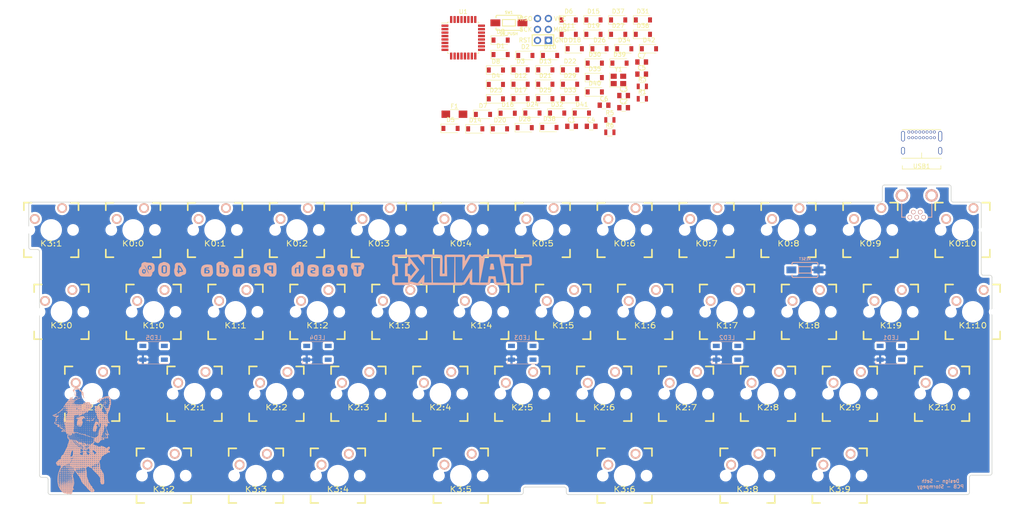
<source format=kicad_pcb>
(kicad_pcb (version 20171130) (host pcbnew "(5.1.4)-1")
  (layers (0 F.Cu signal) (31 B.Cu signal) (34 B.Paste user) (35 F.Paste user) (36 B.SilkS user hide) (37 F.SilkS user) (38 B.Mask user) (39 F.Mask user) (44 Edge.Cuts user))
  (net 0 "")
  (net 1 /RGBVCC)
  (net 2 "Net-(D1-Pad2)")
  (net 3 /ROW0)
  (net 4 "Net-(D2-Pad2)")
  (net 5 "Net-(D3-Pad2)")
  (net 6 "Net-(D4-Pad2)")
  (net 7 "Net-(D5-Pad2)")
  (net 8 "Net-(D6-Pad2)")
  (net 9 "Net-(D7-Pad2)")
  (net 10 "Net-(D8-Pad2)")
  (net 11 "Net-(D9-Pad2)")
  (net 12 "Net-(D10-Pad2)")
  (net 13 "Net-(D11-Pad2)")
  (net 14 "Net-(D12-Pad2)")
  (net 15 /ROW1)
  (net 16 "Net-(D13-Pad2)")
  (net 17 "Net-(D14-Pad2)")
  (net 18 "Net-(D15-Pad2)")
  (net 19 "Net-(D16-Pad2)")
  (net 20 "Net-(D17-Pad2)")
  (net 21 "Net-(D18-Pad2)")
  (net 22 "Net-(D19-Pad2)")
  (net 23 "Net-(D20-Pad2)")
  (net 24 "Net-(D21-Pad2)")
  (net 25 "Net-(D22-Pad2)")
  (net 26 "Net-(D23-Pad2)")
  (net 27 /ROW2)
  (net 28 "Net-(D24-Pad2)")
  (net 29 "Net-(D25-Pad2)")
  (net 30 "Net-(D26-Pad2)")
  (net 31 "Net-(D27-Pad2)")
  (net 32 "Net-(D28-Pad2)")
  (net 33 "Net-(D29-Pad2)")
  (net 34 "Net-(D30-Pad2)")
  (net 35 "Net-(D31-Pad2)")
  (net 36 "Net-(D32-Pad2)")
  (net 37 "Net-(D33-Pad2)")
  (net 38 "Net-(D34-Pad2)")
  (net 39 /ROW3)
  (net 40 "Net-(D35-Pad2)")
  (net 41 "Net-(D36-Pad2)")
  (net 42 "Net-(D37-Pad2)")
  (net 43 "Net-(D38-Pad2)")
  (net 44 "Net-(D39-Pad2)")
  (net 45 "Net-(D40-Pad2)")
  (net 46 "Net-(D41-Pad2)")
  (net 47 "Net-(D42-Pad2)")
  (net 48 /COL0)
  (net 49 /COL1)
  (net 50 /COL2)
  (net 51 /COL3)
  (net 52 /COL4)
  (net 53 /COL5)
  (net 54 /COL6)
  (net 55 /COL7)
  (net 56 /COL8)
  (net 57 /COL9)
  (net 58 /COL10)
  (net 59 GND)
  (net 60 "Net-(LED1-Pad2)")
  (net 61 "Net-(LED2-Pad2)")
  (net 62 "Net-(LED3-Pad2)")
  (net 63 "Net-(LED4-Pad2)")
  (net 64 "Net-(LED5-Pad2)")
  (net 65 /RGBD)
  (net 66 "Net-(SW1-Pad1)")
  (net 67 "Net-(J1-Pad3)")
  (net 68 "Net-(J1-Pad5)")
  (net 69 "Net-(J1-Pad1)")
  (net 70 "Net-(J1-Pad4)")
  (net 71 "Net-(J1-Pad2)")
  (net 72 "Net-(R1-Pad1)")
  (net 73 "Net-(C1-Pad1)")
  (net 74 /XTAL2)
  (net 75 /XTAL1)
  (net 76 VCC)
  (net 77 /MISO)
  (net 78 /SCK)
  (net 79 /MOSI)
  (net 80 /RST)
  (net 81 VBUS)
  (net 82 "Net-(R5-Pad2)")
  (net 83 "Net-(R6-Pad2)")
  (net 84 /D-)
  (net 85 /D+)
  (net 86 "Net-(U1-Pad23)")
  (net 87 "Net-(U1-Pad22)")
  (net 88 "Net-(U1-Pad17)")
  (net 89 "Net-(U1-Pad16)")
  (net 90 "Net-(U1-Pad15)")
  (net 91 "Net-(USB1-PadB8)")
  (net 92 "Net-(USB1-PadA8)")
  (module MXSWITCH:MX_PCB_100H (layer F.Cu) (at 164.30625 69.05625)
    (fp_text reference K2:6 (at 0 3.175) (layer F.SilkS) (effects (font (size 1.27 1.524) (thickness 0.2032))))
    (fp_text value KEYSW hide)
    (pad 1 thru_hole circle (at 2.54 -5.08) (size 2.286 2.286) (drill 1.4986) (layers *.Cu *.SilkS *.Mask) (net 54 /COL6))
    (pad 2 thru_hole circle (at -3.81 -2.54) (size 2.286 2.286) (drill 1.4986) (layers *.Cu *.SilkS *.Mask) (net 33 "Net-(D29-Pad2)"))
    (pad HOLE np_thru_hole circle (at 0 0) (size 3.9878 3.9878) (drill 3.9878) (layers *.Cu))
    (pad HOLE np_thru_hole circle (at -5.08 0) (size 1.7018 1.7018) (drill 1.7018) (layers *.Cu))
    (pad HOLE np_thru_hole circle (at 5.08 0) (size 1.7018 1.7018) (drill 1.7018) (layers *.Cu))
  )
  (module MXSWITCH:MX_PCB_100H (layer F.Cu) (at 183.35625 69.05625)
    (fp_text reference K2:7 (at 0 3.175) (layer F.SilkS) (effects (font (size 1.27 1.524) (thickness 0.2032))))
    (fp_text value KEYSW hide)
    (pad 1 thru_hole circle (at 2.54 -5.08) (size 2.286 2.286) (drill 1.4986) (layers *.Cu *.SilkS *.Mask) (net 55 /COL7))
    (pad 2 thru_hole circle (at -3.81 -2.54) (size 2.286 2.286) (drill 1.4986) (layers *.Cu *.SilkS *.Mask) (net 34 "Net-(D30-Pad2)"))
    (pad HOLE np_thru_hole circle (at 0 0) (size 3.9878 3.9878) (drill 3.9878) (layers *.Cu))
    (pad HOLE np_thru_hole circle (at -5.08 0) (size 1.7018 1.7018) (drill 1.7018) (layers *.Cu))
    (pad HOLE np_thru_hole circle (at 5.08 0) (size 1.7018 1.7018) (drill 1.7018) (layers *.Cu))
  )
  (module MXSWITCH:MX_PCB_125H (layer F.Cu) (at 247.65 30.95625)
    (fp_text reference K0:10 (at 0 3.175) (layer F.SilkS) (effects (font (size 1.27 1.524) (thickness 0.2032))))
    (fp_text value KEYSW hide)
    (pad 1 thru_hole circle (at 2.54 -5.08) (size 2.286 2.286) (drill 1.4986) (layers *.Cu *.SilkS *.Mask) (net 58 /COL10))
    (pad 2 thru_hole circle (at -3.81 -2.54) (size 2.286 2.286) (drill 1.4986) (layers *.Cu *.SilkS *.Mask) (net 13 "Net-(D11-Pad2)"))
    (pad HOLE np_thru_hole circle (at 0 0) (size 3.9878 3.9878) (drill 3.9878) (layers *.Cu))
    (pad HOLE np_thru_hole circle (at -5.08 0) (size 1.7018 1.7018) (drill 1.7018) (layers *.Cu))
    (pad HOLE np_thru_hole circle (at 5.08 0) (size 1.7018 1.7018) (drill 1.7018) (layers *.Cu))
  )
  (module MXSWITCH:MX_PCB_100H (layer F.Cu) (at 54.76875 30.95625)
    (fp_text reference K0:0 (at 0 3.175) (layer F.SilkS) (effects (font (size 1.27 1.524) (thickness 0.2032))))
    (fp_text value KEYSW hide)
    (pad 1 thru_hole circle (at 2.54 -5.08) (size 2.286 2.286) (drill 1.4986) (layers *.Cu *.SilkS *.Mask) (net 48 /COL0))
    (pad 2 thru_hole circle (at -3.81 -2.54) (size 2.286 2.286) (drill 1.4986) (layers *.Cu *.SilkS *.Mask) (net 2 "Net-(D1-Pad2)"))
    (pad HOLE np_thru_hole circle (at 0 0) (size 3.9878 3.9878) (drill 3.9878) (layers *.Cu))
    (pad HOLE np_thru_hole circle (at -5.08 0) (size 1.7018 1.7018) (drill 1.7018) (layers *.Cu))
    (pad HOLE np_thru_hole circle (at 5.08 0) (size 1.7018 1.7018) (drill 1.7018) (layers *.Cu))
  )
  (module MXSWITCH:MX_PCB_100H (layer F.Cu) (at 73.81875 30.95625)
    (fp_text reference K0:1 (at 0 3.175) (layer F.SilkS) (effects (font (size 1.27 1.524) (thickness 0.2032))))
    (fp_text value KEYSW hide)
    (pad 1 thru_hole circle (at 2.54 -5.08) (size 2.286 2.286) (drill 1.4986) (layers *.Cu *.SilkS *.Mask) (net 49 /COL1))
    (pad 2 thru_hole circle (at -3.81 -2.54) (size 2.286 2.286) (drill 1.4986) (layers *.Cu *.SilkS *.Mask) (net 4 "Net-(D2-Pad2)"))
    (pad HOLE np_thru_hole circle (at 0 0) (size 3.9878 3.9878) (drill 3.9878) (layers *.Cu))
    (pad HOLE np_thru_hole circle (at -5.08 0) (size 1.7018 1.7018) (drill 1.7018) (layers *.Cu))
    (pad HOLE np_thru_hole circle (at 5.08 0) (size 1.7018 1.7018) (drill 1.7018) (layers *.Cu))
  )
  (module MXSWITCH:MX_PCB_100H (layer F.Cu) (at 92.86875 30.95625)
    (fp_text reference K0:2 (at 0 3.175) (layer F.SilkS) (effects (font (size 1.27 1.524) (thickness 0.2032))))
    (fp_text value KEYSW hide)
    (pad 1 thru_hole circle (at 2.54 -5.08) (size 2.286 2.286) (drill 1.4986) (layers *.Cu *.SilkS *.Mask) (net 50 /COL2))
    (pad 2 thru_hole circle (at -3.81 -2.54) (size 2.286 2.286) (drill 1.4986) (layers *.Cu *.SilkS *.Mask) (net 5 "Net-(D3-Pad2)"))
    (pad HOLE np_thru_hole circle (at 0 0) (size 3.9878 3.9878) (drill 3.9878) (layers *.Cu))
    (pad HOLE np_thru_hole circle (at -5.08 0) (size 1.7018 1.7018) (drill 1.7018) (layers *.Cu))
    (pad HOLE np_thru_hole circle (at 5.08 0) (size 1.7018 1.7018) (drill 1.7018) (layers *.Cu))
  )
  (module MXSWITCH:MX_PCB_100H (layer F.Cu) (at 111.91875 30.95625)
    (fp_text reference K0:3 (at 0 3.175) (layer F.SilkS) (effects (font (size 1.27 1.524) (thickness 0.2032))))
    (fp_text value KEYSW hide)
    (pad 1 thru_hole circle (at 2.54 -5.08) (size 2.286 2.286) (drill 1.4986) (layers *.Cu *.SilkS *.Mask) (net 51 /COL3))
    (pad 2 thru_hole circle (at -3.81 -2.54) (size 2.286 2.286) (drill 1.4986) (layers *.Cu *.SilkS *.Mask) (net 6 "Net-(D4-Pad2)"))
    (pad HOLE np_thru_hole circle (at 0 0) (size 3.9878 3.9878) (drill 3.9878) (layers *.Cu))
    (pad HOLE np_thru_hole circle (at -5.08 0) (size 1.7018 1.7018) (drill 1.7018) (layers *.Cu))
    (pad HOLE np_thru_hole circle (at 5.08 0) (size 1.7018 1.7018) (drill 1.7018) (layers *.Cu))
  )
  (module MXSWITCH:MX_PCB_100H (layer F.Cu) (at 130.96875 30.95625)
    (fp_text reference K0:4 (at 0 3.175) (layer F.SilkS) (effects (font (size 1.27 1.524) (thickness 0.2032))))
    (fp_text value KEYSW hide)
    (pad 1 thru_hole circle (at 2.54 -5.08) (size 2.286 2.286) (drill 1.4986) (layers *.Cu *.SilkS *.Mask) (net 52 /COL4))
    (pad 2 thru_hole circle (at -3.81 -2.54) (size 2.286 2.286) (drill 1.4986) (layers *.Cu *.SilkS *.Mask) (net 7 "Net-(D5-Pad2)"))
    (pad HOLE np_thru_hole circle (at 0 0) (size 3.9878 3.9878) (drill 3.9878) (layers *.Cu))
    (pad HOLE np_thru_hole circle (at -5.08 0) (size 1.7018 1.7018) (drill 1.7018) (layers *.Cu))
    (pad HOLE np_thru_hole circle (at 5.08 0) (size 1.7018 1.7018) (drill 1.7018) (layers *.Cu))
  )
  (module MXSWITCH:MX_PCB_100H (layer F.Cu) (at 150.01875 30.95625)
    (fp_text reference K0:5 (at 0 3.175) (layer F.SilkS) (effects (font (size 1.27 1.524) (thickness 0.2032))))
    (fp_text value KEYSW hide)
    (pad 1 thru_hole circle (at 2.54 -5.08) (size 2.286 2.286) (drill 1.4986) (layers *.Cu *.SilkS *.Mask) (net 53 /COL5))
    (pad 2 thru_hole circle (at -3.81 -2.54) (size 2.286 2.286) (drill 1.4986) (layers *.Cu *.SilkS *.Mask) (net 8 "Net-(D6-Pad2)"))
    (pad HOLE np_thru_hole circle (at 0 0) (size 3.9878 3.9878) (drill 3.9878) (layers *.Cu))
    (pad HOLE np_thru_hole circle (at -5.08 0) (size 1.7018 1.7018) (drill 1.7018) (layers *.Cu))
    (pad HOLE np_thru_hole circle (at 5.08 0) (size 1.7018 1.7018) (drill 1.7018) (layers *.Cu))
  )
  (module MXSWITCH:MX_PCB_100H (layer F.Cu) (at 169.06875 30.95625)
    (fp_text reference K0:6 (at 0 3.175) (layer F.SilkS) (effects (font (size 1.27 1.524) (thickness 0.2032))))
    (fp_text value KEYSW hide)
    (pad 1 thru_hole circle (at 2.54 -5.08) (size 2.286 2.286) (drill 1.4986) (layers *.Cu *.SilkS *.Mask) (net 54 /COL6))
    (pad 2 thru_hole circle (at -3.81 -2.54) (size 2.286 2.286) (drill 1.4986) (layers *.Cu *.SilkS *.Mask) (net 9 "Net-(D7-Pad2)"))
    (pad HOLE np_thru_hole circle (at 0 0) (size 3.9878 3.9878) (drill 3.9878) (layers *.Cu))
    (pad HOLE np_thru_hole circle (at -5.08 0) (size 1.7018 1.7018) (drill 1.7018) (layers *.Cu))
    (pad HOLE np_thru_hole circle (at 5.08 0) (size 1.7018 1.7018) (drill 1.7018) (layers *.Cu))
  )
  (module MXSWITCH:MX_PCB_100H (layer F.Cu) (at 207.16875 30.95625)
    (fp_text reference K0:8 (at 0 3.175) (layer F.SilkS) (effects (font (size 1.27 1.524) (thickness 0.2032))))
    (fp_text value KEYSW hide)
    (pad 1 thru_hole circle (at 2.54 -5.08) (size 2.286 2.286) (drill 1.4986) (layers *.Cu *.SilkS *.Mask) (net 56 /COL8))
    (pad 2 thru_hole circle (at -3.81 -2.54) (size 2.286 2.286) (drill 1.4986) (layers *.Cu *.SilkS *.Mask) (net 11 "Net-(D9-Pad2)"))
    (pad HOLE np_thru_hole circle (at 0 0) (size 3.9878 3.9878) (drill 3.9878) (layers *.Cu))
    (pad HOLE np_thru_hole circle (at -5.08 0) (size 1.7018 1.7018) (drill 1.7018) (layers *.Cu))
    (pad HOLE np_thru_hole circle (at 5.08 0) (size 1.7018 1.7018) (drill 1.7018) (layers *.Cu))
  )
  (module MXSWITCH:MX_PCB_100H (layer F.Cu) (at 226.21875 30.95625)
    (fp_text reference K0:9 (at 0 3.175) (layer F.SilkS) (effects (font (size 1.27 1.524) (thickness 0.2032))))
    (fp_text value KEYSW hide)
    (pad 1 thru_hole circle (at 2.54 -5.08) (size 2.286 2.286) (drill 1.4986) (layers *.Cu *.SilkS *.Mask) (net 57 /COL9))
    (pad 2 thru_hole circle (at -3.81 -2.54) (size 2.286 2.286) (drill 1.4986) (layers *.Cu *.SilkS *.Mask) (net 12 "Net-(D10-Pad2)"))
    (pad HOLE np_thru_hole circle (at 0 0) (size 3.9878 3.9878) (drill 3.9878) (layers *.Cu))
    (pad HOLE np_thru_hole circle (at -5.08 0) (size 1.7018 1.7018) (drill 1.7018) (layers *.Cu))
    (pad HOLE np_thru_hole circle (at 5.08 0) (size 1.7018 1.7018) (drill 1.7018) (layers *.Cu))
  )
  (module MXSWITCH:MX_PCB_100H (layer F.Cu) (at 59.53125 50.00625)
    (fp_text reference K1:0 (at 0 3.175) (layer F.SilkS) (effects (font (size 1.27 1.524) (thickness 0.2032))))
    (fp_text value KEYSW hide)
    (pad 1 thru_hole circle (at 2.54 -5.08) (size 2.286 2.286) (drill 1.4986) (layers *.Cu *.SilkS *.Mask) (net 48 /COL0))
    (pad 2 thru_hole circle (at -3.81 -2.54) (size 2.286 2.286) (drill 1.4986) (layers *.Cu *.SilkS *.Mask) (net 14 "Net-(D12-Pad2)"))
    (pad HOLE np_thru_hole circle (at 0 0) (size 3.9878 3.9878) (drill 3.9878) (layers *.Cu))
    (pad HOLE np_thru_hole circle (at -5.08 0) (size 1.7018 1.7018) (drill 1.7018) (layers *.Cu))
    (pad HOLE np_thru_hole circle (at 5.08 0) (size 1.7018 1.7018) (drill 1.7018) (layers *.Cu))
  )
  (module MXSWITCH:MX_PCB_100H (layer F.Cu) (at 78.58125 50.00625)
    (fp_text reference K1:1 (at 0 3.175) (layer F.SilkS) (effects (font (size 1.27 1.524) (thickness 0.2032))))
    (fp_text value KEYSW hide)
    (pad 1 thru_hole circle (at 2.54 -5.08) (size 2.286 2.286) (drill 1.4986) (layers *.Cu *.SilkS *.Mask) (net 49 /COL1))
    (pad 2 thru_hole circle (at -3.81 -2.54) (size 2.286 2.286) (drill 1.4986) (layers *.Cu *.SilkS *.Mask) (net 16 "Net-(D13-Pad2)"))
    (pad HOLE np_thru_hole circle (at 0 0) (size 3.9878 3.9878) (drill 3.9878) (layers *.Cu))
    (pad HOLE np_thru_hole circle (at -5.08 0) (size 1.7018 1.7018) (drill 1.7018) (layers *.Cu))
    (pad HOLE np_thru_hole circle (at 5.08 0) (size 1.7018 1.7018) (drill 1.7018) (layers *.Cu))
  )
  (module MXSWITCH:MX_PCB_100H (layer F.Cu) (at 97.63125 50.00625)
    (fp_text reference K1:2 (at 0 3.175) (layer F.SilkS) (effects (font (size 1.27 1.524) (thickness 0.2032))))
    (fp_text value KEYSW hide)
    (pad 1 thru_hole circle (at 2.54 -5.08) (size 2.286 2.286) (drill 1.4986) (layers *.Cu *.SilkS *.Mask) (net 50 /COL2))
    (pad 2 thru_hole circle (at -3.81 -2.54) (size 2.286 2.286) (drill 1.4986) (layers *.Cu *.SilkS *.Mask) (net 17 "Net-(D14-Pad2)"))
    (pad HOLE np_thru_hole circle (at 0 0) (size 3.9878 3.9878) (drill 3.9878) (layers *.Cu))
    (pad HOLE np_thru_hole circle (at -5.08 0) (size 1.7018 1.7018) (drill 1.7018) (layers *.Cu))
    (pad HOLE np_thru_hole circle (at 5.08 0) (size 1.7018 1.7018) (drill 1.7018) (layers *.Cu))
  )
  (module MXSWITCH:MX_PCB_100H (layer F.Cu) (at 116.68125 50.00625)
    (fp_text reference K1:3 (at 0 3.175) (layer F.SilkS) (effects (font (size 1.27 1.524) (thickness 0.2032))))
    (fp_text value KEYSW hide)
    (pad 1 thru_hole circle (at 2.54 -5.08) (size 2.286 2.286) (drill 1.4986) (layers *.Cu *.SilkS *.Mask) (net 51 /COL3))
    (pad 2 thru_hole circle (at -3.81 -2.54) (size 2.286 2.286) (drill 1.4986) (layers *.Cu *.SilkS *.Mask) (net 18 "Net-(D15-Pad2)"))
    (pad HOLE np_thru_hole circle (at 0 0) (size 3.9878 3.9878) (drill 3.9878) (layers *.Cu))
    (pad HOLE np_thru_hole circle (at -5.08 0) (size 1.7018 1.7018) (drill 1.7018) (layers *.Cu))
    (pad HOLE np_thru_hole circle (at 5.08 0) (size 1.7018 1.7018) (drill 1.7018) (layers *.Cu))
  )
  (module MXSWITCH:MX_PCB_100H (layer F.Cu) (at 135.73125 50.00625)
    (fp_text reference K1:4 (at 0 3.175) (layer F.SilkS) (effects (font (size 1.27 1.524) (thickness 0.2032))))
    (fp_text value KEYSW hide)
    (pad 1 thru_hole circle (at 2.54 -5.08) (size 2.286 2.286) (drill 1.4986) (layers *.Cu *.SilkS *.Mask) (net 52 /COL4))
    (pad 2 thru_hole circle (at -3.81 -2.54) (size 2.286 2.286) (drill 1.4986) (layers *.Cu *.SilkS *.Mask) (net 19 "Net-(D16-Pad2)"))
    (pad HOLE np_thru_hole circle (at 0 0) (size 3.9878 3.9878) (drill 3.9878) (layers *.Cu))
    (pad HOLE np_thru_hole circle (at -5.08 0) (size 1.7018 1.7018) (drill 1.7018) (layers *.Cu))
    (pad HOLE np_thru_hole circle (at 5.08 0) (size 1.7018 1.7018) (drill 1.7018) (layers *.Cu))
  )
  (module MXSWITCH:MX_PCB_100H (layer F.Cu) (at 154.78125 50.00625)
    (fp_text reference K1:5 (at 0 3.175) (layer F.SilkS) (effects (font (size 1.27 1.524) (thickness 0.2032))))
    (fp_text value KEYSW hide)
    (pad 1 thru_hole circle (at 2.54 -5.08) (size 2.286 2.286) (drill 1.4986) (layers *.Cu *.SilkS *.Mask) (net 53 /COL5))
    (pad 2 thru_hole circle (at -3.81 -2.54) (size 2.286 2.286) (drill 1.4986) (layers *.Cu *.SilkS *.Mask) (net 20 "Net-(D17-Pad2)"))
    (pad HOLE np_thru_hole circle (at 0 0) (size 3.9878 3.9878) (drill 3.9878) (layers *.Cu))
    (pad HOLE np_thru_hole circle (at -5.08 0) (size 1.7018 1.7018) (drill 1.7018) (layers *.Cu))
    (pad HOLE np_thru_hole circle (at 5.08 0) (size 1.7018 1.7018) (drill 1.7018) (layers *.Cu))
  )
  (module MXSWITCH:MX_PCB_100H (layer F.Cu) (at 173.83125 50.00625)
    (fp_text reference K1:6 (at 0 3.175) (layer F.SilkS) (effects (font (size 1.27 1.524) (thickness 0.2032))))
    (fp_text value KEYSW hide)
    (pad 1 thru_hole circle (at 2.54 -5.08) (size 2.286 2.286) (drill 1.4986) (layers *.Cu *.SilkS *.Mask) (net 54 /COL6))
    (pad 2 thru_hole circle (at -3.81 -2.54) (size 2.286 2.286) (drill 1.4986) (layers *.Cu *.SilkS *.Mask) (net 21 "Net-(D18-Pad2)"))
    (pad HOLE np_thru_hole circle (at 0 0) (size 3.9878 3.9878) (drill 3.9878) (layers *.Cu))
    (pad HOLE np_thru_hole circle (at -5.08 0) (size 1.7018 1.7018) (drill 1.7018) (layers *.Cu))
    (pad HOLE np_thru_hole circle (at 5.08 0) (size 1.7018 1.7018) (drill 1.7018) (layers *.Cu))
  )
  (module MXSWITCH:MX_PCB_100H (layer F.Cu) (at 192.88125 50.00625)
    (fp_text reference K1:7 (at 0 3.175) (layer F.SilkS) (effects (font (size 1.27 1.524) (thickness 0.2032))))
    (fp_text value KEYSW hide)
    (pad 1 thru_hole circle (at 2.54 -5.08) (size 2.286 2.286) (drill 1.4986) (layers *.Cu *.SilkS *.Mask) (net 55 /COL7))
    (pad 2 thru_hole circle (at -3.81 -2.54) (size 2.286 2.286) (drill 1.4986) (layers *.Cu *.SilkS *.Mask) (net 22 "Net-(D19-Pad2)"))
    (pad HOLE np_thru_hole circle (at 0 0) (size 3.9878 3.9878) (drill 3.9878) (layers *.Cu))
    (pad HOLE np_thru_hole circle (at -5.08 0) (size 1.7018 1.7018) (drill 1.7018) (layers *.Cu))
    (pad HOLE np_thru_hole circle (at 5.08 0) (size 1.7018 1.7018) (drill 1.7018) (layers *.Cu))
  )
  (module MXSWITCH:MX_PCB_100H (layer F.Cu) (at 211.93125 50.00625)
    (fp_text reference K1:8 (at 0 3.175) (layer F.SilkS) (effects (font (size 1.27 1.524) (thickness 0.2032))))
    (fp_text value KEYSW hide)
    (pad 1 thru_hole circle (at 2.54 -5.08) (size 2.286 2.286) (drill 1.4986) (layers *.Cu *.SilkS *.Mask) (net 56 /COL8))
    (pad 2 thru_hole circle (at -3.81 -2.54) (size 2.286 2.286) (drill 1.4986) (layers *.Cu *.SilkS *.Mask) (net 23 "Net-(D20-Pad2)"))
    (pad HOLE np_thru_hole circle (at 0 0) (size 3.9878 3.9878) (drill 3.9878) (layers *.Cu))
    (pad HOLE np_thru_hole circle (at -5.08 0) (size 1.7018 1.7018) (drill 1.7018) (layers *.Cu))
    (pad HOLE np_thru_hole circle (at 5.08 0) (size 1.7018 1.7018) (drill 1.7018) (layers *.Cu))
  )
  (module MXSWITCH:MX_PCB_100H (layer F.Cu) (at 230.98125 50.00625)
    (fp_text reference K1:9 (at 0 3.175) (layer F.SilkS) (effects (font (size 1.27 1.524) (thickness 0.2032))))
    (fp_text value KEYSW hide)
    (pad 1 thru_hole circle (at 2.54 -5.08) (size 2.286 2.286) (drill 1.4986) (layers *.Cu *.SilkS *.Mask) (net 57 /COL9))
    (pad 2 thru_hole circle (at -3.81 -2.54) (size 2.286 2.286) (drill 1.4986) (layers *.Cu *.SilkS *.Mask) (net 24 "Net-(D21-Pad2)"))
    (pad HOLE np_thru_hole circle (at 0 0) (size 3.9878 3.9878) (drill 3.9878) (layers *.Cu))
    (pad HOLE np_thru_hole circle (at -5.08 0) (size 1.7018 1.7018) (drill 1.7018) (layers *.Cu))
    (pad HOLE np_thru_hole circle (at 5.08 0) (size 1.7018 1.7018) (drill 1.7018) (layers *.Cu))
  )
  (module MXSWITCH:MX_PCB_100H (layer F.Cu) (at 250.03125 50.00625)
    (fp_text reference K1:10 (at 0 3.175) (layer F.SilkS) (effects (font (size 1.27 1.524) (thickness 0.2032))))
    (fp_text value KEYSW hide)
    (pad 1 thru_hole circle (at 2.54 -5.08) (size 2.286 2.286) (drill 1.4986) (layers *.Cu *.SilkS *.Mask) (net 58 /COL10))
    (pad 2 thru_hole circle (at -3.81 -2.54) (size 2.286 2.286) (drill 1.4986) (layers *.Cu *.SilkS *.Mask) (net 25 "Net-(D22-Pad2)"))
    (pad HOLE np_thru_hole circle (at 0 0) (size 3.9878 3.9878) (drill 3.9878) (layers *.Cu))
    (pad HOLE np_thru_hole circle (at -5.08 0) (size 1.7018 1.7018) (drill 1.7018) (layers *.Cu))
    (pad HOLE np_thru_hole circle (at 5.08 0) (size 1.7018 1.7018) (drill 1.7018) (layers *.Cu))
  )
  (module MXSWITCH:MX_PCB_150H (layer F.Cu) (at 45.24375 69.05625)
    (fp_text reference K2:0 (at 0 3.175) (layer F.SilkS) (effects (font (size 1.27 1.524) (thickness 0.2032))))
    (fp_text value KEYSW hide)
    (pad 1 thru_hole circle (at 2.54 -5.08) (size 2.286 2.286) (drill 1.4986) (layers *.Cu *.SilkS *.Mask) (net 48 /COL0))
    (pad 2 thru_hole circle (at -3.81 -2.54) (size 2.286 2.286) (drill 1.4986) (layers *.Cu *.SilkS *.Mask) (net 26 "Net-(D23-Pad2)"))
    (pad HOLE np_thru_hole circle (at 0 0) (size 3.9878 3.9878) (drill 3.9878) (layers *.Cu))
    (pad HOLE np_thru_hole circle (at -5.08 0) (size 1.7018 1.7018) (drill 1.7018) (layers *.Cu))
    (pad HOLE np_thru_hole circle (at 5.08 0) (size 1.7018 1.7018) (drill 1.7018) (layers *.Cu))
  )
  (module MXSWITCH:MX_PCB_100H (layer F.Cu) (at 69.056308 69.056308)
    (fp_text reference K2:1 (at 0 3.175) (layer F.SilkS) (effects (font (size 1.27 1.524) (thickness 0.2032))))
    (fp_text value KEYSW hide)
    (pad 1 thru_hole circle (at 2.54 -5.08) (size 2.286 2.286) (drill 1.4986) (layers *.Cu *.SilkS *.Mask) (net 49 /COL1))
    (pad 2 thru_hole circle (at -3.81 -2.54) (size 2.286 2.286) (drill 1.4986) (layers *.Cu *.SilkS *.Mask) (net 28 "Net-(D24-Pad2)"))
    (pad HOLE np_thru_hole circle (at 0 0) (size 3.9878 3.9878) (drill 3.9878) (layers *.Cu))
    (pad HOLE np_thru_hole circle (at -5.08 0) (size 1.7018 1.7018) (drill 1.7018) (layers *.Cu))
    (pad HOLE np_thru_hole circle (at 5.08 0) (size 1.7018 1.7018) (drill 1.7018) (layers *.Cu))
  )
  (module MXSWITCH:MX_PCB_100H (layer F.Cu) (at 88.106324 69.056308)
    (fp_text reference K2:2 (at 0 3.175) (layer F.SilkS) (effects (font (size 1.27 1.524) (thickness 0.2032))))
    (fp_text value KEYSW hide)
    (pad 1 thru_hole circle (at 2.54 -5.08) (size 2.286 2.286) (drill 1.4986) (layers *.Cu *.SilkS *.Mask) (net 50 /COL2))
    (pad 2 thru_hole circle (at -3.81 -2.54) (size 2.286 2.286) (drill 1.4986) (layers *.Cu *.SilkS *.Mask) (net 29 "Net-(D25-Pad2)"))
    (pad HOLE np_thru_hole circle (at 0 0) (size 3.9878 3.9878) (drill 3.9878) (layers *.Cu))
    (pad HOLE np_thru_hole circle (at -5.08 0) (size 1.7018 1.7018) (drill 1.7018) (layers *.Cu))
    (pad HOLE np_thru_hole circle (at 5.08 0) (size 1.7018 1.7018) (drill 1.7018) (layers *.Cu))
  )
  (module MXSWITCH:MX_PCB_100H (layer F.Cu) (at 107.15625 69.05625)
    (fp_text reference K2:3 (at 0 3.175) (layer F.SilkS) (effects (font (size 1.27 1.524) (thickness 0.2032))))
    (fp_text value KEYSW hide)
    (pad 1 thru_hole circle (at 2.54 -5.08) (size 2.286 2.286) (drill 1.4986) (layers *.Cu *.SilkS *.Mask) (net 51 /COL3))
    (pad 2 thru_hole circle (at -3.81 -2.54) (size 2.286 2.286) (drill 1.4986) (layers *.Cu *.SilkS *.Mask) (net 30 "Net-(D26-Pad2)"))
    (pad HOLE np_thru_hole circle (at 0 0) (size 3.9878 3.9878) (drill 3.9878) (layers *.Cu))
    (pad HOLE np_thru_hole circle (at -5.08 0) (size 1.7018 1.7018) (drill 1.7018) (layers *.Cu))
    (pad HOLE np_thru_hole circle (at 5.08 0) (size 1.7018 1.7018) (drill 1.7018) (layers *.Cu))
  )
  (module MXSWITCH:MX_PCB_100H (layer F.Cu) (at 126.20625 69.05625)
    (fp_text reference K2:4 (at 0 3.175) (layer F.SilkS) (effects (font (size 1.27 1.524) (thickness 0.2032))))
    (fp_text value KEYSW hide)
    (pad 1 thru_hole circle (at 2.54 -5.08) (size 2.286 2.286) (drill 1.4986) (layers *.Cu *.SilkS *.Mask) (net 52 /COL4))
    (pad 2 thru_hole circle (at -3.81 -2.54) (size 2.286 2.286) (drill 1.4986) (layers *.Cu *.SilkS *.Mask) (net 31 "Net-(D27-Pad2)"))
    (pad HOLE np_thru_hole circle (at 0 0) (size 3.9878 3.9878) (drill 3.9878) (layers *.Cu))
    (pad HOLE np_thru_hole circle (at -5.08 0) (size 1.7018 1.7018) (drill 1.7018) (layers *.Cu))
    (pad HOLE np_thru_hole circle (at 5.08 0) (size 1.7018 1.7018) (drill 1.7018) (layers *.Cu))
  )
  (module MXSWITCH:MX_PCB_100H (layer F.Cu) (at 145.25625 69.05625)
    (fp_text reference K2:5 (at 0 3.175) (layer F.SilkS) (effects (font (size 1.27 1.524) (thickness 0.2032))))
    (fp_text value KEYSW hide)
    (pad 1 thru_hole circle (at 2.54 -5.08) (size 2.286 2.286) (drill 1.4986) (layers *.Cu *.SilkS *.Mask) (net 53 /COL5))
    (pad 2 thru_hole circle (at -3.81 -2.54) (size 2.286 2.286) (drill 1.4986) (layers *.Cu *.SilkS *.Mask) (net 32 "Net-(D28-Pad2)"))
    (pad HOLE np_thru_hole circle (at 0 0) (size 3.9878 3.9878) (drill 3.9878) (layers *.Cu))
    (pad HOLE np_thru_hole circle (at -5.08 0) (size 1.7018 1.7018) (drill 1.7018) (layers *.Cu))
    (pad HOLE np_thru_hole circle (at 5.08 0) (size 1.7018 1.7018) (drill 1.7018) (layers *.Cu))
  )
  (module MXSWITCH:MX_PCB_100H (layer F.Cu) (at 202.40625 69.05625)
    (fp_text reference K2:8 (at 0 3.175) (layer F.SilkS) (effects (font (size 1.27 1.524) (thickness 0.2032))))
    (fp_text value KEYSW hide)
    (pad 1 thru_hole circle (at 2.54 -5.08) (size 2.286 2.286) (drill 1.4986) (layers *.Cu *.SilkS *.Mask) (net 56 /COL8))
    (pad 2 thru_hole circle (at -3.81 -2.54) (size 2.286 2.286) (drill 1.4986) (layers *.Cu *.SilkS *.Mask) (net 35 "Net-(D31-Pad2)"))
    (pad HOLE np_thru_hole circle (at 0 0) (size 3.9878 3.9878) (drill 3.9878) (layers *.Cu))
    (pad HOLE np_thru_hole circle (at -5.08 0) (size 1.7018 1.7018) (drill 1.7018) (layers *.Cu))
    (pad HOLE np_thru_hole circle (at 5.08 0) (size 1.7018 1.7018) (drill 1.7018) (layers *.Cu))
  )
  (module MXSWITCH:MX_PCB_100H (layer F.Cu) (at 221.45625 69.05625)
    (fp_text reference K2:9 (at 0 3.175) (layer F.SilkS) (effects (font (size 1.27 1.524) (thickness 0.2032))))
    (fp_text value KEYSW hide)
    (pad 1 thru_hole circle (at 2.54 -5.08) (size 2.286 2.286) (drill 1.4986) (layers *.Cu *.SilkS *.Mask) (net 57 /COL9))
    (pad 2 thru_hole circle (at -3.81 -2.54) (size 2.286 2.286) (drill 1.4986) (layers *.Cu *.SilkS *.Mask) (net 36 "Net-(D32-Pad2)"))
    (pad HOLE np_thru_hole circle (at 0 0) (size 3.9878 3.9878) (drill 3.9878) (layers *.Cu))
    (pad HOLE np_thru_hole circle (at -5.08 0) (size 1.7018 1.7018) (drill 1.7018) (layers *.Cu))
    (pad HOLE np_thru_hole circle (at 5.08 0) (size 1.7018 1.7018) (drill 1.7018) (layers *.Cu))
  )
  (module MXSWITCH:MX_PCB_125H (layer F.Cu) (at 242.8875 69.05625)
    (fp_text reference K2:10 (at 0 3.175) (layer F.SilkS) (effects (font (size 1.27 1.524) (thickness 0.2032))))
    (fp_text value KEYSW hide)
    (pad 1 thru_hole circle (at 2.54 -5.08) (size 2.286 2.286) (drill 1.4986) (layers *.Cu *.SilkS *.Mask) (net 58 /COL10))
    (pad 2 thru_hole circle (at -3.81 -2.54) (size 2.286 2.286) (drill 1.4986) (layers *.Cu *.SilkS *.Mask) (net 37 "Net-(D33-Pad2)"))
    (pad HOLE np_thru_hole circle (at 0 0) (size 3.9878 3.9878) (drill 3.9878) (layers *.Cu))
    (pad HOLE np_thru_hole circle (at -5.08 0) (size 1.7018 1.7018) (drill 1.7018) (layers *.Cu))
    (pad HOLE np_thru_hole circle (at 5.08 0) (size 1.7018 1.7018) (drill 1.7018) (layers *.Cu))
  )
  (module MXSWITCH:MX_PCB_125H (layer F.Cu) (at 38.1 50.00625)
    (fp_text reference K3:0 (at 0 3.175) (layer F.SilkS) (effects (font (size 1.27 1.524) (thickness 0.2032))))
    (fp_text value KEYSW hide)
    (pad 1 thru_hole circle (at 2.54 -5.08) (size 2.286 2.286) (drill 1.4986) (layers *.Cu *.SilkS *.Mask) (net 48 /COL0))
    (pad 2 thru_hole circle (at -3.81 -2.54) (size 2.286 2.286) (drill 1.4986) (layers *.Cu *.SilkS *.Mask) (net 38 "Net-(D34-Pad2)"))
    (pad HOLE np_thru_hole circle (at 0 0) (size 3.9878 3.9878) (drill 3.9878) (layers *.Cu))
    (pad HOLE np_thru_hole circle (at -5.08 0) (size 1.7018 1.7018) (drill 1.7018) (layers *.Cu))
    (pad HOLE np_thru_hole circle (at 5.08 0) (size 1.7018 1.7018) (drill 1.7018) (layers *.Cu))
  )
  (module MXSWITCH:MX_PCB_100H (layer F.Cu) (at 35.71875 30.95625)
    (fp_text reference K3:1 (at 0 3.175) (layer F.SilkS) (effects (font (size 1.27 1.524) (thickness 0.2032))))
    (fp_text value KEYSW hide)
    (pad 1 thru_hole circle (at 2.54 -5.08) (size 2.286 2.286) (drill 1.4986) (layers *.Cu *.SilkS *.Mask) (net 49 /COL1))
    (pad 2 thru_hole circle (at -3.81 -2.54) (size 2.286 2.286) (drill 1.4986) (layers *.Cu *.SilkS *.Mask) (net 40 "Net-(D35-Pad2)"))
    (pad HOLE np_thru_hole circle (at 0 0) (size 3.9878 3.9878) (drill 3.9878) (layers *.Cu))
    (pad HOLE np_thru_hole circle (at -5.08 0) (size 1.7018 1.7018) (drill 1.7018) (layers *.Cu))
    (pad HOLE np_thru_hole circle (at 5.08 0) (size 1.7018 1.7018) (drill 1.7018) (layers *.Cu))
  )
  (module MXSWITCH:MX_PCB_125H (layer F.Cu) (at 61.9125 88.10625)
    (fp_text reference K3:2 (at 0 3.175) (layer F.SilkS) (effects (font (size 1.27 1.524) (thickness 0.2032))))
    (fp_text value KEYSW hide)
    (pad 1 thru_hole circle (at 2.54 -5.08) (size 2.286 2.286) (drill 1.4986) (layers *.Cu *.SilkS *.Mask) (net 50 /COL2))
    (pad 2 thru_hole circle (at -3.81 -2.54) (size 2.286 2.286) (drill 1.4986) (layers *.Cu *.SilkS *.Mask) (net 41 "Net-(D36-Pad2)"))
    (pad HOLE np_thru_hole circle (at 0 0) (size 3.9878 3.9878) (drill 3.9878) (layers *.Cu))
    (pad HOLE np_thru_hole circle (at -5.08 0) (size 1.7018 1.7018) (drill 1.7018) (layers *.Cu))
    (pad HOLE np_thru_hole circle (at 5.08 0) (size 1.7018 1.7018) (drill 1.7018) (layers *.Cu))
  )
  (module MXSWITCH:MX_PCB_100H (layer F.Cu) (at 102.39375 88.10625)
    (fp_text reference K3:4 (at 0 3.175) (layer F.SilkS) (effects (font (size 1.27 1.524) (thickness 0.2032))))
    (fp_text value KEYSW hide)
    (pad 1 thru_hole circle (at 2.54 -5.08) (size 2.286 2.286) (drill 1.4986) (layers *.Cu *.SilkS *.Mask) (net 52 /COL4))
    (pad 2 thru_hole circle (at -3.81 -2.54) (size 2.286 2.286) (drill 1.4986) (layers *.Cu *.SilkS *.Mask) (net 43 "Net-(D38-Pad2)"))
    (pad HOLE np_thru_hole circle (at 0 0) (size 3.9878 3.9878) (drill 3.9878) (layers *.Cu))
    (pad HOLE np_thru_hole circle (at -5.08 0) (size 1.7018 1.7018) (drill 1.7018) (layers *.Cu))
    (pad HOLE np_thru_hole circle (at 5.08 0) (size 1.7018 1.7018) (drill 1.7018) (layers *.Cu))
  )
  (module LEDs:LED_WS2812B-PLCC4 (layer B.Cu) (at 230.98125 59.53125 180)
    (fp_text reference LED1 (at 0 3.5 180) (layer B.SilkS) (effects (justify mirror)))
    (fp_text value WS2812B)
    (pad 3 smd rect (at 2.5 -1.6 180) (size 1.6 1) (layers B.Cu B.Paste B.Mask) (net 59 GND))
    (pad 4 smd rect (at 2.5 1.6 180) (size 1.6 1) (layers B.Cu B.Paste B.Mask) (net 65 /RGBD))
    (pad 2 smd rect (at -2.5 -1.6 180) (size 1.6 1) (layers B.Cu B.Paste B.Mask) (net 60 "Net-(LED1-Pad2)"))
    (pad 1 smd rect (at -2.5 1.6 180) (size 1.6 1) (layers B.Cu B.Paste B.Mask) (net 1 /RGBVCC))
  )
  (module LEDs:LED_WS2812B-PLCC4 (layer B.Cu) (at 192.88125 59.53125 180)
    (fp_text reference LED2 (at 0 3.5 180) (layer B.SilkS) (effects (justify mirror)))
    (fp_text value WS2812B)
    (pad 3 smd rect (at 2.5 -1.6 180) (size 1.6 1) (layers B.Cu B.Paste B.Mask) (net 59 GND))
    (pad 4 smd rect (at 2.5 1.6 180) (size 1.6 1) (layers B.Cu B.Paste B.Mask) (net 60 "Net-(LED1-Pad2)"))
    (pad 2 smd rect (at -2.5 -1.6 180) (size 1.6 1) (layers B.Cu B.Paste B.Mask) (net 61 "Net-(LED2-Pad2)"))
    (pad 1 smd rect (at -2.5 1.6 180) (size 1.6 1) (layers B.Cu B.Paste B.Mask) (net 1 /RGBVCC))
  )
  (module LEDs:LED_WS2812B-PLCC4 (layer B.Cu) (at 145.25625 59.53125 180)
    (fp_text reference LED3 (at 0 3.5 180) (layer B.SilkS) (effects (justify mirror)))
    (fp_text value WS2812B)
    (pad 3 smd rect (at 2.5 -1.6 180) (size 1.6 1) (layers B.Cu B.Paste B.Mask) (net 59 GND))
    (pad 4 smd rect (at 2.5 1.6 180) (size 1.6 1) (layers B.Cu B.Paste B.Mask) (net 61 "Net-(LED2-Pad2)"))
    (pad 2 smd rect (at -2.5 -1.6 180) (size 1.6 1) (layers B.Cu B.Paste B.Mask) (net 62 "Net-(LED3-Pad2)"))
    (pad 1 smd rect (at -2.5 1.6 180) (size 1.6 1) (layers B.Cu B.Paste B.Mask) (net 1 /RGBVCC))
  )
  (module LEDs:LED_WS2812B-PLCC4 (layer B.Cu) (at 97.63125 59.53125 180)
    (fp_text reference LED4 (at 0 3.5 180) (layer B.SilkS) (effects (justify mirror)))
    (fp_text value WS2812B)
    (pad 3 smd rect (at 2.5 -1.6 180) (size 1.6 1) (layers B.Cu B.Paste B.Mask) (net 59 GND))
    (pad 4 smd rect (at 2.5 1.6 180) (size 1.6 1) (layers B.Cu B.Paste B.Mask) (net 62 "Net-(LED3-Pad2)"))
    (pad 2 smd rect (at -2.5 -1.6 180) (size 1.6 1) (layers B.Cu B.Paste B.Mask) (net 63 "Net-(LED4-Pad2)"))
    (pad 1 smd rect (at -2.5 1.6 180) (size 1.6 1) (layers B.Cu B.Paste B.Mask) (net 1 /RGBVCC))
  )
  (module LEDs:LED_WS2812B-PLCC4 (layer B.Cu) (at 59.53125 59.53125 180)
    (fp_text reference LED5 (at 0 3.5 180) (layer B.SilkS) (effects (justify mirror)))
    (fp_text value WS2812B)
    (pad 3 smd rect (at 2.5 -1.6 180) (size 1.6 1) (layers B.Cu B.Paste B.Mask) (net 59 GND))
    (pad 4 smd rect (at 2.5 1.6 180) (size 1.6 1) (layers B.Cu B.Paste B.Mask) (net 63 "Net-(LED4-Pad2)"))
    (pad 2 smd rect (at -2.5 -1.6 180) (size 1.6 1) (layers B.Cu B.Paste B.Mask) (net 64 "Net-(LED5-Pad2)"))
    (pad 1 smd rect (at -2.5 1.6 180) (size 1.6 1) (layers B.Cu B.Paste B.Mask) (net 1 /RGBVCC))
  )
  (module Switches:TACTILE_SWITCH_SMD_6.0X3.5MM (layer B.Cu) (at 211 40.25)
    (fp_text reference SW1 hide)
    (fp_text value RESET (at 0 -2.54) (layer B.SilkS) (effects (font (size 0.6096 0.6096) (thickness 0.127)) (justify mirror)))
    (pad 1 smd rect (at -3.1496 0 180) (size 2.2987 1.59766) (layers B.Cu B.Paste B.Mask) (net 66 "Net-(SW1-Pad1)"))
    (pad 2 smd rect (at 3.1496 0 180) (size 2.2987 1.59766) (layers B.Cu B.Paste B.Mask) (net 59 GND))
  )
  (module "libs and footprints:54819-0519fix2" (layer B.Cu) (at 237 28 180)
    (fp_text reference J1 hide)
    (fp_text value USB_mini_micro_B hide)
    (pad 3 thru_hole oval (at 0 0 270) (size 1 1) (drill 0.7112) (layers *.Cu *.Mask B.SilkS) (net 67 "Net-(J1-Pad3)"))
    (pad 5 thru_hole oval (at -1.6 0 270) (size 1 1) (drill 0.7112) (layers *.Cu *.Mask B.SilkS) (net 68 "Net-(J1-Pad5)"))
    (pad 1 thru_hole oval (at 1.6 0 270) (size 1 1) (drill 0.7112) (layers *.Cu *.Mask B.SilkS) (net 69 "Net-(J1-Pad1)"))
    (pad 4 thru_hole oval (at -0.8 1.2 90) (size 1 1) (drill 0.7112) (layers *.Cu *.Mask B.SilkS) (net 70 "Net-(J1-Pad4)"))
    (pad 2 thru_hole oval (at 0.8 1.2 90) (size 1 1) (drill 0.7112) (layers *.Cu *.Mask B.SilkS) (net 71 "Net-(J1-Pad2)"))
    (pad S1 thru_hole circle (at -3.45 5.05 180) (size 2.8956 2.8956) (drill 1.9304) (layers *.Cu *.Mask B.SilkS))
    (pad S2 thru_hole circle (at 3.45 5.05 180) (size 2.8956 2.8956) (drill 1.9304) (layers *.Cu *.Mask B.SilkS))
  )
  (module MXSWITCH:MX_PCB_100H (layer F.Cu) (at 83.34375 88.10625)
    (fp_text reference K3:3 (at 0 3.175) (layer F.SilkS) (effects (font (size 1.27 1.524) (thickness 0.2032))))
    (fp_text value KEYSW hide)
    (pad 1 thru_hole circle (at 2.54 -5.08) (size 2.286 2.286) (drill 1.4986) (layers *.Cu *.SilkS *.Mask) (net 51 /COL3))
    (pad 2 thru_hole circle (at -3.81 -2.54) (size 2.286 2.286) (drill 1.4986) (layers *.Cu *.SilkS *.Mask) (net 42 "Net-(D37-Pad2)"))
    (pad HOLE np_thru_hole circle (at 0 0) (size 3.9878 3.9878) (drill 3.9878) (layers *.Cu))
    (pad HOLE np_thru_hole circle (at -5.08 0) (size 1.7018 1.7018) (drill 1.7018) (layers *.Cu))
    (pad HOLE np_thru_hole circle (at 5.08 0) (size 1.7018 1.7018) (drill 1.7018) (layers *.Cu))
  )
  (module MXSWITCH:MX_PCB_100H (layer F.Cu) (at 197.64375 88.10625)
    (fp_text reference K3:8 (at 0 3.175) (layer F.SilkS) (effects (font (size 1.27 1.524) (thickness 0.2032))))
    (fp_text value KEYSW hide)
    (pad 1 thru_hole circle (at 2.54 -5.08) (size 2.286 2.286) (drill 1.4986) (layers *.Cu *.SilkS *.Mask) (net 56 /COL8))
    (pad 2 thru_hole circle (at -3.81 -2.54) (size 2.286 2.286) (drill 1.4986) (layers *.Cu *.SilkS *.Mask) (net 46 "Net-(D41-Pad2)"))
    (pad HOLE np_thru_hole circle (at 0 0) (size 3.9878 3.9878) (drill 3.9878) (layers *.Cu))
    (pad HOLE np_thru_hole circle (at -5.08 0) (size 1.7018 1.7018) (drill 1.7018) (layers *.Cu))
    (pad HOLE np_thru_hole circle (at 5.08 0) (size 1.7018 1.7018) (drill 1.7018) (layers *.Cu))
  )
  (module MXSWITCH:MX_PCB_125H (layer F.Cu) (at 219.075 88.10625)
    (fp_text reference K3:9 (at 0 3.175) (layer F.SilkS) (effects (font (size 1.27 1.524) (thickness 0.2032))))
    (fp_text value KEYSW hide)
    (pad 1 thru_hole circle (at 2.54 -5.08) (size 2.286 2.286) (drill 1.4986) (layers *.Cu *.SilkS *.Mask) (net 57 /COL9))
    (pad 2 thru_hole circle (at -3.81 -2.54) (size 2.286 2.286) (drill 1.4986) (layers *.Cu *.SilkS *.Mask) (net 47 "Net-(D42-Pad2)"))
    (pad HOLE np_thru_hole circle (at 0 0) (size 3.9878 3.9878) (drill 3.9878) (layers *.Cu))
    (pad HOLE np_thru_hole circle (at -5.08 0) (size 1.7018 1.7018) (drill 1.7018) (layers *.Cu))
    (pad HOLE np_thru_hole circle (at 5.08 0) (size 1.7018 1.7018) (drill 1.7018) (layers *.Cu))
  )
  (module MXSWITCH:MX_PCB_100H (layer F.Cu) (at 188.118908 30.956276)
    (fp_text reference K0:7 (at 0 3.175) (layer F.SilkS) (effects (font (size 1.27 1.524) (thickness 0.2032))))
    (fp_text value KEYSW hide)
    (pad 1 thru_hole circle (at 2.54 -5.08) (size 2.286 2.286) (drill 1.4986) (layers *.Cu *.SilkS *.Mask) (net 55 /COL7))
    (pad 2 thru_hole circle (at -3.81 -2.54) (size 2.286 2.286) (drill 1.4986) (layers *.Cu *.SilkS *.Mask) (net 10 "Net-(D8-Pad2)"))
    (pad HOLE np_thru_hole circle (at 0 0) (size 3.9878 3.9878) (drill 3.9878) (layers *.Cu))
    (pad HOLE np_thru_hole circle (at -5.08 0) (size 1.7018 1.7018) (drill 1.7018) (layers *.Cu))
    (pad HOLE np_thru_hole circle (at 5.08 0) (size 1.7018 1.7018) (drill 1.7018) (layers *.Cu))
  )
  (module img:tanukigirl4 (layer B.Cu) (at 42.75 80 180)
    (fp_text reference G*** hide)
    (fp_text value LOGO hide)
  )
  (module img:tanukilogo1 (layer B.Cu) (at 131.25 40.25 180)
    (fp_text reference G*** hide)
    (fp_text value LOGO hide)
  )
  (module img:tanukilogo2 (layer B.Cu) (at 82.25 40 180)
    (fp_text reference G*** hide)
    (fp_text value LOGO hide)
  )
  (module MXSWITCH:MX_PCB_100H (layer F.Cu) (at 130.96875 88.10625)
    (fp_text reference K3:5 (at 0 3.175) (layer F.SilkS) (effects (font (size 1.27 1.524) (thickness 0.2032))))
    (fp_text value KEYSW hide)
    (pad 1 thru_hole circle (at 2.54 -5.08) (size 2.286 2.286) (drill 1.4986) (layers *.Cu *.SilkS *.Mask) (net 53 /COL5))
    (pad 2 thru_hole circle (at -3.81 -2.54) (size 2.286 2.286) (drill 1.4986) (layers *.Cu *.SilkS *.Mask) (net 44 "Net-(D39-Pad2)"))
    (pad HOLE np_thru_hole circle (at 0 0) (size 3.9878 3.9878) (drill 3.9878) (layers *.Cu))
    (pad HOLE np_thru_hole circle (at -5.08 0) (size 1.7018 1.7018) (drill 1.7018) (layers *.Cu))
    (pad HOLE np_thru_hole circle (at 5.08 0) (size 1.7018 1.7018) (drill 1.7018) (layers *.Cu))
  )
  (module MXSWITCH:MX_PCB_100H (layer F.Cu) (at 169.06875 88.10625)
    (fp_text reference K3:6 (at 0 3.175) (layer F.SilkS) (effects (font (size 1.27 1.524) (thickness 0.2032))))
    (fp_text value KEYSW hide)
    (pad 1 thru_hole circle (at 2.54 -5.08) (size 2.286 2.286) (drill 1.4986) (layers *.Cu *.SilkS *.Mask) (net 54 /COL6))
    (pad 2 thru_hole circle (at -3.81 -2.54) (size 2.286 2.286) (drill 1.4986) (layers *.Cu *.SilkS *.Mask) (net 45 "Net-(D40-Pad2)"))
    (pad HOLE np_thru_hole circle (at 0 0) (size 3.9878 3.9878) (drill 3.9878) (layers *.Cu))
    (pad HOLE np_thru_hole circle (at -5.08 0) (size 1.7018 1.7018) (drill 1.7018) (layers *.Cu))
    (pad HOLE np_thru_hole circle (at 5.08 0) (size 1.7018 1.7018) (drill 1.7018) (layers *.Cu))
  )
  (module Capacitors_SMD:C_0805 (layer F.Cu) (at 156.731251 6.870001)
    (fp_text reference C1 (at 0 -1.5) (layer F.SilkS))
    (fp_text value 1uF)
    (pad 2 smd rect (at 1 0) (size 1 1.25) (layers F.Cu F.Paste F.Mask) (net 59 GND))
    (pad 1 smd rect (at -1 0) (size 1 1.25) (layers F.Cu F.Paste F.Mask) (net 73 "Net-(C1-Pad1)"))
  )
  (module Capacitors_SMD:C_0805 (layer F.Cu) (at 168.831251 2.530001)
    (fp_text reference C2 (at 0 -1.5) (layer F.SilkS))
    (fp_text value 22p)
    (pad 1 smd rect (at -1 0) (size 1 1.25) (layers F.Cu F.Paste F.Mask) (net 74 /XTAL2))
    (pad 2 smd rect (at 1 0) (size 1 1.25) (layers F.Cu F.Paste F.Mask) (net 59 GND))
  )
  (module Capacitors_SMD:C_0805 (layer F.Cu) (at 168.831251 -0.289999)
    (fp_text reference C3 (at 0 -1.5) (layer F.SilkS))
    (fp_text value 22p)
    (pad 2 smd rect (at 1 0) (size 1 1.25) (layers F.Cu F.Paste F.Mask) (net 59 GND))
    (pad 1 smd rect (at -1 0) (size 1 1.25) (layers F.Cu F.Paste F.Mask) (net 75 /XTAL1))
  )
  (module Capacitors_SMD:C_0805 (layer F.Cu) (at 161.281251 6.870001)
    (fp_text reference C4 (at 0 -1.5) (layer F.SilkS))
    (fp_text value 0.1uF)
    (pad 2 smd rect (at 1 0) (size 1 1.25) (layers F.Cu F.Paste F.Mask) (net 76 VCC))
    (pad 1 smd rect (at -1 0) (size 1 1.25) (layers F.Cu F.Paste F.Mask) (net 59 GND))
  )
  (module Capacitors_SMD:C_0805 (layer F.Cu) (at 173.031251 -5.269999)
    (fp_text reference C5 (at 0 -1.5) (layer F.SilkS))
    (fp_text value 0.1uF)
    (pad 1 smd rect (at -1 0) (size 1 1.25) (layers F.Cu F.Paste F.Mask) (net 59 GND))
    (pad 2 smd rect (at 1 0) (size 1 1.25) (layers F.Cu F.Paste F.Mask) (net 76 VCC))
  )
  (module Capacitors_SMD:C_0805 (layer F.Cu) (at 164.281251 1.960001)
    (fp_text reference C6 (at 0 -1.5) (layer F.SilkS))
    (fp_text value 0.1uF)
    (pad 1 smd rect (at -1 0) (size 1 1.25) (layers F.Cu F.Paste F.Mask) (net 59 GND))
    (pad 2 smd rect (at 1 0) (size 1 1.25) (layers F.Cu F.Paste F.Mask) (net 76 VCC))
  )
  (module Capacitors_SMD:C_0805 (layer F.Cu) (at 173.031251 -8.089999)
    (fp_text reference C7 (at 0 -1.5) (layer F.SilkS))
    (fp_text value 4.7uF)
    (pad 2 smd rect (at 1 0) (size 1 1.25) (layers F.Cu F.Paste F.Mask) (net 76 VCC))
    (pad 1 smd rect (at -1 0) (size 1 1.25) (layers F.Cu F.Paste F.Mask) (net 59 GND))
  )
  (module "libs and footprints:Reset_Pretty" (layer F.Cu) (at 150.071251 -15.66)
    (fp_text reference CON1)
    (fp_text value AVR-ISP-6)
    (fp_text user GND (at 4.25 2.5) (layer F.SilkS))
    (fp_text user RST (at -4.25 2.5) (layer F.SilkS))
    (fp_text user MOSI (at 4.25 0) (layer F.SilkS))
    (fp_text user SCK (at -4 0) (layer F.SilkS))
    (fp_text user VCC (at 4 -2.5) (layer F.SilkS))
    (fp_text user MISO (at -4.25 -2.5) (layer F.SilkS))
    (pad 1 thru_hole circle (at -1.27 -2.54) (size 1.7 1.7) (drill 1) (layers *.Cu *.Mask) (net 77 /MISO))
    (pad 2 thru_hole circle (at 1.27 -2.54) (size 1.7 1.7) (drill 1) (layers *.Cu *.Mask) (net 76 VCC))
    (pad 3 thru_hole circle (at -1.27 0) (size 1.7 1.7) (drill 1) (layers *.Cu *.Mask) (net 78 /SCK))
    (pad 4 thru_hole circle (at 1.27 0) (size 1.7 1.7) (drill 1) (layers *.Cu *.Mask) (net 79 /MOSI))
    (pad 5 thru_hole circle (at -1.27 2.54) (size 1.7 1.7) (drill 1) (layers *.Cu *.Mask) (net 80 /RST))
    (pad 6 thru_hole rect (at 1.27 2.54) (size 1.7 1.7) (drill 1) (layers *.Cu *.Mask) (net 59 GND))
  )
  (module Diodes_SMD:D_SOD-123 (layer F.Cu) (at 140.231251 -9.824999)
    (fp_text reference D1 (at 0 -2) (layer F.SilkS))
    (fp_text value D)
    (pad 2 smd rect (at 1.65 0) (size 0.9 1.2) (layers F.Cu F.Paste F.Mask) (net 2 "Net-(D1-Pad2)"))
    (pad 1 smd rect (at -1.65 0) (size 0.9 1.2) (layers F.Cu F.Paste F.Mask) (net 3 /ROW0))
  )
  (module Diodes_SMD:D_SOD-123 (layer F.Cu) (at 145.981251 -9.614999)
    (fp_text reference D2 (at 0 -2) (layer F.SilkS))
    (fp_text value D)
    (pad 1 smd rect (at -1.65 0) (size 0.9 1.2) (layers F.Cu F.Paste F.Mask) (net 3 /ROW0))
    (pad 2 smd rect (at 1.65 0) (size 0.9 1.2) (layers F.Cu F.Paste F.Mask) (net 4 "Net-(D2-Pad2)"))
  )
  (module Diodes_SMD:D_SOD-123 (layer F.Cu) (at 144.881251 -6.264999)
    (fp_text reference D3 (at 0 -2) (layer F.SilkS))
    (fp_text value D)
    (pad 2 smd rect (at 1.65 0) (size 0.9 1.2) (layers F.Cu F.Paste F.Mask) (net 5 "Net-(D3-Pad2)"))
    (pad 1 smd rect (at -1.65 0) (size 0.9 1.2) (layers F.Cu F.Paste F.Mask) (net 3 /ROW0))
  )
  (module Diodes_SMD:D_SOD-123 (layer F.Cu) (at 139.131251 -2.874999)
    (fp_text reference D4 (at 0 -2) (layer F.SilkS))
    (fp_text value D)
    (pad 1 smd rect (at -1.65 0) (size 0.9 1.2) (layers F.Cu F.Paste F.Mask) (net 3 /ROW0))
    (pad 2 smd rect (at 1.65 0) (size 0.9 1.2) (layers F.Cu F.Paste F.Mask) (net 6 "Net-(D4-Pad2)"))
  )
  (module Diodes_SMD:D_SOD-123 (layer F.Cu) (at 128.581251 7.355001)
    (fp_text reference D5 (at 0 -2) (layer F.SilkS))
    (fp_text value D)
    (pad 1 smd rect (at -1.65 0) (size 0.9 1.2) (layers F.Cu F.Paste F.Mask) (net 3 /ROW0))
    (pad 2 smd rect (at 1.65 0) (size 0.9 1.2) (layers F.Cu F.Paste F.Mask) (net 7 "Net-(D5-Pad2)"))
  )
  (module Diodes_SMD:D_SOD-123 (layer F.Cu) (at 156.071251 -17.874999)
    (fp_text reference D6 (at 0 -2) (layer F.SilkS))
    (fp_text value D)
    (pad 2 smd rect (at 1.65 0) (size 0.9 1.2) (layers F.Cu F.Paste F.Mask) (net 8 "Net-(D6-Pad2)"))
    (pad 1 smd rect (at -1.65 0) (size 0.9 1.2) (layers F.Cu F.Paste F.Mask) (net 3 /ROW0))
  )
  (module Diodes_SMD:D_SOD-123 (layer F.Cu) (at 136.131251 4.095001)
    (fp_text reference D7 (at 0 -2) (layer F.SilkS))
    (fp_text value D)
    (pad 1 smd rect (at -1.65 0) (size 0.9 1.2) (layers F.Cu F.Paste F.Mask) (net 3 /ROW0))
    (pad 2 smd rect (at 1.65 0) (size 0.9 1.2) (layers F.Cu F.Paste F.Mask) (net 9 "Net-(D7-Pad2)"))
  )
  (module Diodes_SMD:D_SOD-123 (layer F.Cu) (at 139.131251 -6.224999)
    (fp_text reference D8 (at 0 -2) (layer F.SilkS))
    (fp_text value D)
    (pad 2 smd rect (at 1.65 0) (size 0.9 1.2) (layers F.Cu F.Paste F.Mask) (net 10 "Net-(D8-Pad2)"))
    (pad 1 smd rect (at -1.65 0) (size 0.9 1.2) (layers F.Cu F.Paste F.Mask) (net 3 /ROW0))
  )
  (module Diodes_SMD:D_SOD-123 (layer F.Cu) (at 140.231251 -13.174999)
    (fp_text reference D9 (at 0 -2) (layer F.SilkS))
    (fp_text value D)
    (pad 1 smd rect (at -1.65 0) (size 0.9 1.2) (layers F.Cu F.Paste F.Mask) (net 3 /ROW0))
    (pad 2 smd rect (at 1.65 0) (size 0.9 1.2) (layers F.Cu F.Paste F.Mask) (net 11 "Net-(D9-Pad2)"))
  )
  (module Diodes_SMD:D_SOD-123 (layer F.Cu) (at 151.731251 -9.614999)
    (fp_text reference D10 (at 0 -2) (layer F.SilkS))
    (fp_text value D)
    (pad 2 smd rect (at 1.65 0) (size 0.9 1.2) (layers F.Cu F.Paste F.Mask) (net 12 "Net-(D10-Pad2)"))
    (pad 1 smd rect (at -1.65 0) (size 0.9 1.2) (layers F.Cu F.Paste F.Mask) (net 3 /ROW0))
  )
  (module Diodes_SMD:D_SOD-123 (layer F.Cu) (at 156.071251 -14.524999)
    (fp_text reference D11 (at 0 -2) (layer F.SilkS))
    (fp_text value D)
    (pad 1 smd rect (at -1.65 0) (size 0.9 1.2) (layers F.Cu F.Paste F.Mask) (net 3 /ROW0))
    (pad 2 smd rect (at 1.65 0) (size 0.9 1.2) (layers F.Cu F.Paste F.Mask) (net 13 "Net-(D11-Pad2)"))
  )
  (module Diodes_SMD:D_SOD-123 (layer F.Cu) (at 144.881251 -2.914999)
    (fp_text reference D12 (at 0 -2) (layer F.SilkS))
    (fp_text value D)
    (pad 1 smd rect (at -1.65 0) (size 0.9 1.2) (layers F.Cu F.Paste F.Mask) (net 15 /ROW1))
    (pad 2 smd rect (at 1.65 0) (size 0.9 1.2) (layers F.Cu F.Paste F.Mask) (net 14 "Net-(D12-Pad2)"))
  )
  (module Diodes_SMD:D_SOD-123 (layer F.Cu) (at 150.631251 -6.264999)
    (fp_text reference D13 (at 0 -2) (layer F.SilkS))
    (fp_text value D)
    (pad 2 smd rect (at 1.65 0) (size 0.9 1.2) (layers F.Cu F.Paste F.Mask) (net 16 "Net-(D13-Pad2)"))
    (pad 1 smd rect (at -1.65 0) (size 0.9 1.2) (layers F.Cu F.Paste F.Mask) (net 15 /ROW1))
  )
  (module Diodes_SMD:D_SOD-123 (layer F.Cu) (at 134.331251 7.445001)
    (fp_text reference D14 (at 0 -2) (layer F.SilkS))
    (fp_text value D)
    (pad 1 smd rect (at -1.65 0) (size 0.9 1.2) (layers F.Cu F.Paste F.Mask) (net 15 /ROW1))
    (pad 2 smd rect (at 1.65 0) (size 0.9 1.2) (layers F.Cu F.Paste F.Mask) (net 17 "Net-(D14-Pad2)"))
  )
  (module Diodes_SMD:D_SOD-123 (layer F.Cu) (at 161.821251 -17.874999)
    (fp_text reference D15 (at 0 -2) (layer F.SilkS))
    (fp_text value D)
    (pad 1 smd rect (at -1.65 0) (size 0.9 1.2) (layers F.Cu F.Paste F.Mask) (net 15 /ROW1))
    (pad 2 smd rect (at 1.65 0) (size 0.9 1.2) (layers F.Cu F.Paste F.Mask) (net 18 "Net-(D15-Pad2)"))
  )
  (module Diodes_SMD:D_SOD-123 (layer F.Cu) (at 141.881251 3.825001)
    (fp_text reference D16 (at 0 -2) (layer F.SilkS))
    (fp_text value D)
    (pad 2 smd rect (at 1.65 0) (size 0.9 1.2) (layers F.Cu F.Paste F.Mask) (net 19 "Net-(D16-Pad2)"))
    (pad 1 smd rect (at -1.65 0) (size 0.9 1.2) (layers F.Cu F.Paste F.Mask) (net 15 /ROW1))
  )
  (module Diodes_SMD:D_SOD-123 (layer F.Cu) (at 144.881251 0.435001)
    (fp_text reference D17 (at 0 -2) (layer F.SilkS))
    (fp_text value D)
    (pad 1 smd rect (at -1.65 0) (size 0.9 1.2) (layers F.Cu F.Paste F.Mask) (net 15 /ROW1))
    (pad 2 smd rect (at 1.65 0) (size 0.9 1.2) (layers F.Cu F.Paste F.Mask) (net 20 "Net-(D17-Pad2)"))
  )
  (module Diodes_SMD:D_SOD-123 (layer F.Cu) (at 157.481251 -11.174999)
    (fp_text reference D18 (at 0 -2) (layer F.SilkS))
    (fp_text value D)
    (pad 2 smd rect (at 1.65 0) (size 0.9 1.2) (layers F.Cu F.Paste F.Mask) (net 21 "Net-(D18-Pad2)"))
    (pad 1 smd rect (at -1.65 0) (size 0.9 1.2) (layers F.Cu F.Paste F.Mask) (net 15 /ROW1))
  )
  (module Diodes_SMD:D_SOD-123 (layer F.Cu) (at 161.821251 -14.524999)
    (fp_text reference D19 (at 0 -2) (layer F.SilkS))
    (fp_text value D)
    (pad 1 smd rect (at -1.65 0) (size 0.9 1.2) (layers F.Cu F.Paste F.Mask) (net 15 /ROW1))
    (pad 2 smd rect (at 1.65 0) (size 0.9 1.2) (layers F.Cu F.Paste F.Mask) (net 22 "Net-(D19-Pad2)"))
  )
  (module Diodes_SMD:D_SOD-123 (layer F.Cu) (at 140.081251 7.445001)
    (fp_text reference D20 (at 0 -2) (layer F.SilkS))
    (fp_text value D)
    (pad 1 smd rect (at -1.65 0) (size 0.9 1.2) (layers F.Cu F.Paste F.Mask) (net 15 /ROW1))
    (pad 2 smd rect (at 1.65 0) (size 0.9 1.2) (layers F.Cu F.Paste F.Mask) (net 23 "Net-(D20-Pad2)"))
  )
  (module Diodes_SMD:D_SOD-123 (layer F.Cu) (at 150.631251 -2.914999)
    (fp_text reference D21 (at 0 -2) (layer F.SilkS))
    (fp_text value D)
    (pad 2 smd rect (at 1.65 0) (size 0.9 1.2) (layers F.Cu F.Paste F.Mask) (net 24 "Net-(D21-Pad2)"))
    (pad 1 smd rect (at -1.65 0) (size 0.9 1.2) (layers F.Cu F.Paste F.Mask) (net 15 /ROW1))
  )
  (module Diodes_SMD:D_SOD-123 (layer F.Cu) (at 156.381251 -6.264999)
    (fp_text reference D22 (at 0 -2) (layer F.SilkS))
    (fp_text value D)
    (pad 2 smd rect (at 1.65 0) (size 0.9 1.2) (layers F.Cu F.Paste F.Mask) (net 25 "Net-(D22-Pad2)"))
    (pad 1 smd rect (at -1.65 0) (size 0.9 1.2) (layers F.Cu F.Paste F.Mask) (net 15 /ROW1))
  )
  (module Diodes_SMD:D_SOD-123 (layer F.Cu) (at 139.131251 0.475001)
    (fp_text reference D23 (at 0 -2) (layer F.SilkS))
    (fp_text value D)
    (pad 2 smd rect (at 1.65 0) (size 0.9 1.2) (layers F.Cu F.Paste F.Mask) (net 26 "Net-(D23-Pad2)"))
    (pad 1 smd rect (at -1.65 0) (size 0.9 1.2) (layers F.Cu F.Paste F.Mask) (net 27 /ROW2))
  )
  (module Diodes_SMD:D_SOD-123 (layer F.Cu) (at 147.631251 3.785001)
    (fp_text reference D24 (at 0 -2) (layer F.SilkS))
    (fp_text value D)
    (pad 2 smd rect (at 1.65 0) (size 0.9 1.2) (layers F.Cu F.Paste F.Mask) (net 28 "Net-(D24-Pad2)"))
    (pad 1 smd rect (at -1.65 0) (size 0.9 1.2) (layers F.Cu F.Paste F.Mask) (net 27 /ROW2))
  )
  (module Diodes_SMD:D_SOD-123 (layer F.Cu) (at 150.631251 0.435001)
    (fp_text reference D25 (at 0 -2) (layer F.SilkS))
    (fp_text value D)
    (pad 1 smd rect (at -1.65 0) (size 0.9 1.2) (layers F.Cu F.Paste F.Mask) (net 27 /ROW2))
    (pad 2 smd rect (at 1.65 0) (size 0.9 1.2) (layers F.Cu F.Paste F.Mask) (net 29 "Net-(D25-Pad2)"))
  )
  (module Diodes_SMD:D_SOD-123 (layer F.Cu) (at 163.231251 -11.174999)
    (fp_text reference D26 (at 0 -2) (layer F.SilkS))
    (fp_text value D)
    (pad 2 smd rect (at 1.65 0) (size 0.9 1.2) (layers F.Cu F.Paste F.Mask) (net 30 "Net-(D26-Pad2)"))
    (pad 1 smd rect (at -1.65 0) (size 0.9 1.2) (layers F.Cu F.Paste F.Mask) (net 27 /ROW2))
  )
  (module Diodes_SMD:D_SOD-123 (layer F.Cu) (at 167.571251 -14.524999)
    (fp_text reference D27 (at 0 -2) (layer F.SilkS))
    (fp_text value D)
    (pad 1 smd rect (at -1.65 0) (size 0.9 1.2) (layers F.Cu F.Paste F.Mask) (net 27 /ROW2))
    (pad 2 smd rect (at 1.65 0) (size 0.9 1.2) (layers F.Cu F.Paste F.Mask) (net 31 "Net-(D27-Pad2)"))
  )
  (module Diodes_SMD:D_SOD-123 (layer F.Cu) (at 145.831251 7.175001)
    (fp_text reference D28 (at 0 -2) (layer F.SilkS))
    (fp_text value D)
    (pad 2 smd rect (at 1.65 0) (size 0.9 1.2) (layers F.Cu F.Paste F.Mask) (net 32 "Net-(D28-Pad2)"))
    (pad 1 smd rect (at -1.65 0) (size 0.9 1.2) (layers F.Cu F.Paste F.Mask) (net 27 /ROW2))
  )
  (module Diodes_SMD:D_SOD-123 (layer F.Cu) (at 156.381251 -2.914999)
    (fp_text reference D29 (at 0 -2) (layer F.SilkS))
    (fp_text value D)
    (pad 1 smd rect (at -1.65 0) (size 0.9 1.2) (layers F.Cu F.Paste F.Mask) (net 27 /ROW2))
    (pad 2 smd rect (at 1.65 0) (size 0.9 1.2) (layers F.Cu F.Paste F.Mask) (net 33 "Net-(D29-Pad2)"))
  )
  (module Diodes_SMD:D_SOD-123 (layer F.Cu) (at 162.131251 -7.824999)
    (fp_text reference D30 (at 0 -2) (layer F.SilkS))
    (fp_text value D)
    (pad 2 smd rect (at 1.65 0) (size 0.9 1.2) (layers F.Cu F.Paste F.Mask) (net 34 "Net-(D30-Pad2)"))
    (pad 1 smd rect (at -1.65 0) (size 0.9 1.2) (layers F.Cu F.Paste F.Mask) (net 27 /ROW2))
  )
  (module Diodes_SMD:D_SOD-123 (layer F.Cu) (at 173.321251 -17.874999)
    (fp_text reference D31 (at 0 -2) (layer F.SilkS))
    (fp_text value D)
    (pad 1 smd rect (at -1.65 0) (size 0.9 1.2) (layers F.Cu F.Paste F.Mask) (net 27 /ROW2))
    (pad 2 smd rect (at 1.65 0) (size 0.9 1.2) (layers F.Cu F.Paste F.Mask) (net 35 "Net-(D31-Pad2)"))
  )
  (module Diodes_SMD:D_SOD-123 (layer F.Cu) (at 153.381251 3.785001)
    (fp_text reference D32 (at 0 -2) (layer F.SilkS))
    (fp_text value D)
    (pad 2 smd rect (at 1.65 0) (size 0.9 1.2) (layers F.Cu F.Paste F.Mask) (net 36 "Net-(D32-Pad2)"))
    (pad 1 smd rect (at -1.65 0) (size 0.9 1.2) (layers F.Cu F.Paste F.Mask) (net 27 /ROW2))
  )
  (module Diodes_SMD:D_SOD-123 (layer F.Cu) (at 156.381251 0.435001)
    (fp_text reference D33 (at 0 -2) (layer F.SilkS))
    (fp_text value D)
    (pad 1 smd rect (at -1.65 0) (size 0.9 1.2) (layers F.Cu F.Paste F.Mask) (net 27 /ROW2))
    (pad 2 smd rect (at 1.65 0) (size 0.9 1.2) (layers F.Cu F.Paste F.Mask) (net 37 "Net-(D33-Pad2)"))
  )
  (module Diodes_SMD:D_SOD-123 (layer F.Cu) (at 168.981251 -11.174999)
    (fp_text reference D34 (at 0 -2) (layer F.SilkS))
    (fp_text value D)
    (pad 1 smd rect (at -1.65 0) (size 0.9 1.2) (layers F.Cu F.Paste F.Mask) (net 39 /ROW3))
    (pad 2 smd rect (at 1.65 0) (size 0.9 1.2) (layers F.Cu F.Paste F.Mask) (net 38 "Net-(D34-Pad2)"))
  )
  (module Diodes_SMD:D_SOD-123 (layer F.Cu) (at 162.131251 -4.474999)
    (fp_text reference D35 (at 0 -2) (layer F.SilkS))
    (fp_text value D)
    (pad 2 smd rect (at 1.65 0) (size 0.9 1.2) (layers F.Cu F.Paste F.Mask) (net 40 "Net-(D35-Pad2)"))
    (pad 1 smd rect (at -1.65 0) (size 0.9 1.2) (layers F.Cu F.Paste F.Mask) (net 39 /ROW3))
  )
  (module Diodes_SMD:D_SOD-123 (layer F.Cu) (at 173.321251 -14.524999)
    (fp_text reference D36 (at 0 -2) (layer F.SilkS))
    (fp_text value D)
    (pad 2 smd rect (at 1.65 0) (size 0.9 1.2) (layers F.Cu F.Paste F.Mask) (net 41 "Net-(D36-Pad2)"))
    (pad 1 smd rect (at -1.65 0) (size 0.9 1.2) (layers F.Cu F.Paste F.Mask) (net 39 /ROW3))
  )
  (module Diodes_SMD:D_SOD-123 (layer F.Cu) (at 167.571251 -17.874999)
    (fp_text reference D37 (at 0 -2) (layer F.SilkS))
    (fp_text value D)
    (pad 2 smd rect (at 1.65 0) (size 0.9 1.2) (layers F.Cu F.Paste F.Mask) (net 42 "Net-(D37-Pad2)"))
    (pad 1 smd rect (at -1.65 0) (size 0.9 1.2) (layers F.Cu F.Paste F.Mask) (net 39 /ROW3))
  )
  (module Diodes_SMD:D_SOD-123 (layer F.Cu) (at 151.581251 7.135001)
    (fp_text reference D38 (at 0 -2) (layer F.SilkS))
    (fp_text value D)
    (pad 2 smd rect (at 1.65 0) (size 0.9 1.2) (layers F.Cu F.Paste F.Mask) (net 43 "Net-(D38-Pad2)"))
    (pad 1 smd rect (at -1.65 0) (size 0.9 1.2) (layers F.Cu F.Paste F.Mask) (net 39 /ROW3))
  )
  (module Diodes_SMD:D_SOD-123 (layer F.Cu) (at 167.881251 -7.824999)
    (fp_text reference D39 (at 0 -2) (layer F.SilkS))
    (fp_text value D)
    (pad 1 smd rect (at -1.65 0) (size 0.9 1.2) (layers F.Cu F.Paste F.Mask) (net 39 /ROW3))
    (pad 2 smd rect (at 1.65 0) (size 0.9 1.2) (layers F.Cu F.Paste F.Mask) (net 44 "Net-(D39-Pad2)"))
  )
  (module Diodes_SMD:D_SOD-123 (layer F.Cu) (at 162.131251 -1.124999)
    (fp_text reference D40 (at 0 -2) (layer F.SilkS))
    (fp_text value D)
    (pad 1 smd rect (at -1.65 0) (size 0.9 1.2) (layers F.Cu F.Paste F.Mask) (net 39 /ROW3))
    (pad 2 smd rect (at 1.65 0) (size 0.9 1.2) (layers F.Cu F.Paste F.Mask) (net 45 "Net-(D40-Pad2)"))
  )
  (module Diodes_SMD:D_SOD-123 (layer F.Cu) (at 159.131251 3.785001)
    (fp_text reference D41 (at 0 -2) (layer F.SilkS))
    (fp_text value D)
    (pad 1 smd rect (at -1.65 0) (size 0.9 1.2) (layers F.Cu F.Paste F.Mask) (net 39 /ROW3))
    (pad 2 smd rect (at 1.65 0) (size 0.9 1.2) (layers F.Cu F.Paste F.Mask) (net 46 "Net-(D41-Pad2)"))
  )
  (module Diodes_SMD:D_SOD-123 (layer F.Cu) (at 174.731251 -11.174999)
    (fp_text reference D42 (at 0 -2) (layer F.SilkS))
    (fp_text value D)
    (pad 2 smd rect (at 1.65 0) (size 0.9 1.2) (layers F.Cu F.Paste F.Mask) (net 47 "Net-(D42-Pad2)"))
    (pad 1 smd rect (at -1.65 0) (size 0.9 1.2) (layers F.Cu F.Paste F.Mask) (net 39 /ROW3))
  )
  (module Resistors_SMD:R_1206_HandSoldering (layer F.Cu) (at 129.481251 4.055001)
    (fp_text reference F1 (at 0 -1.85) (layer F.SilkS))
    (fp_text value Polyfuse)
    (pad 2 smd rect (at 2 0) (size 2 1.7) (layers F.Cu F.Paste F.Mask) (net 81 VBUS))
    (pad 1 smd rect (at -2 0) (size 2 1.7) (layers F.Cu F.Paste F.Mask) (net 76 VCC))
  )
  (module Resistors_SMD:R_0805 (layer F.Cu) (at 173.181251 0.460001)
    (fp_text reference R1 (at 0 -1.65) (layer F.SilkS))
    (fp_text value 500o)
    (pad 1 smd rect (at -0.95 0) (size 0.7 1.3) (layers F.Cu F.Paste F.Mask) (net 72 "Net-(R1-Pad1)"))
    (pad 2 smd rect (at 0.95 0) (size 0.7 1.3) (layers F.Cu F.Paste F.Mask) (net 65 /RGBD))
  )
  (module Resistors_SMD:R_0805 (layer F.Cu) (at 173.181251 -2.419999)
    (fp_text reference R3 (at 0 -1.65) (layer F.SilkS))
    (fp_text value 10k)
    (pad 2 smd rect (at 0.95 0) (size 0.7 1.3) (layers F.Cu F.Paste F.Mask) (net 76 VCC))
    (pad 1 smd rect (at -0.95 0) (size 0.7 1.3) (layers F.Cu F.Paste F.Mask) (net 80 /RST))
  )
  (module Resistors_SMD:R_0805 (layer F.Cu) (at 165.631251 5.380001)
    (fp_text reference R5 (at 0 -1.65) (layer F.SilkS))
    (fp_text value 5.1k)
    (pad 1 smd rect (at -0.95 0) (size 0.7 1.3) (layers F.Cu F.Paste F.Mask) (net 59 GND))
    (pad 2 smd rect (at 0.95 0) (size 0.7 1.3) (layers F.Cu F.Paste F.Mask) (net 82 "Net-(R5-Pad2)"))
  )
  (module Resistors_SMD:R_0805 (layer F.Cu) (at 165.631251 8.260001)
    (fp_text reference R6 (at 0 -1.65) (layer F.SilkS))
    (fp_text value 5.1k)
    (pad 2 smd rect (at 0.95 0) (size 0.7 1.3) (layers F.Cu F.Paste F.Mask) (net 83 "Net-(R6-Pad2)"))
    (pad 1 smd rect (at -0.95 0) (size 0.7 1.3) (layers F.Cu F.Paste F.Mask) (net 59 GND))
  )
  (module "libs and footprints:TACTILE_SWITCH_SMD_6.0X3.5MM" (layer F.Cu) (at 142.1552 -17.198339)
    (fp_text reference SW1 (at 0 -2.413) (layer F.SilkS) (effects (font (size 0.6096 0.6096) (thickness 0.127))))
    (fp_text value SW_PUSH (at 0 2.54) (layer F.SilkS) (effects (font (size 0.6096 0.6096) (thickness 0.127))))
    (pad 1 smd rect (at -3.1496 0 180) (size 2.2987 1.59766) (layers F.Cu F.Paste F.Mask) (net 59 GND))
    (pad 2 smd rect (at 3.1496 0 180) (size 2.2987 1.59766) (layers F.Cu F.Paste F.Mask) (net 80 /RST))
  )
  (module Housings_QFP:TQFP-32_7x7mm_Pitch0.8mm (layer F.Cu) (at 131.531251 -13.724999)
    (fp_text reference U1 (at 0 -6.05) (layer F.SilkS))
    (fp_text value ATMEGA32U2-AU)
    (pad 32 smd rect (at -2.8 -4.25 90) (size 1.6 0.55) (layers F.Cu F.Paste F.Mask) (net 76 VCC))
    (pad 31 smd rect (at -2 -4.25 90) (size 1.6 0.55) (layers F.Cu F.Paste F.Mask) (net 76 VCC))
    (pad 30 smd rect (at -1.2 -4.25 90) (size 1.6 0.55) (layers F.Cu F.Paste F.Mask) (net 84 /D-))
    (pad 29 smd rect (at -0.4 -4.25 90) (size 1.6 0.55) (layers F.Cu F.Paste F.Mask) (net 85 /D+))
    (pad 28 smd rect (at 0.4 -4.25 90) (size 1.6 0.55) (layers F.Cu F.Paste F.Mask) (net 59 GND))
    (pad 27 smd rect (at 1.2 -4.25 90) (size 1.6 0.55) (layers F.Cu F.Paste F.Mask) (net 73 "Net-(C1-Pad1)"))
    (pad 26 smd rect (at 2 -4.25 90) (size 1.6 0.55) (layers F.Cu F.Paste F.Mask) (net 27 /ROW2))
    (pad 25 smd rect (at 2.8 -4.25 90) (size 1.6 0.55) (layers F.Cu F.Paste F.Mask) (net 39 /ROW3))
    (pad 24 smd rect (at 4.25 -2.8) (size 1.6 0.55) (layers F.Cu F.Paste F.Mask) (net 80 /RST))
    (pad 23 smd rect (at 4.25 -2) (size 1.6 0.55) (layers F.Cu F.Paste F.Mask) (net 86 "Net-(U1-Pad23)"))
    (pad 22 smd rect (at 4.25 -1.2) (size 1.6 0.55) (layers F.Cu F.Paste F.Mask) (net 87 "Net-(U1-Pad22)"))
    (pad 21 smd rect (at 4.25 -0.4) (size 1.6 0.55) (layers F.Cu F.Paste F.Mask) (net 52 /COL4))
    (pad 20 smd rect (at 4.25 0.4) (size 1.6 0.55) (layers F.Cu F.Paste F.Mask) (net 51 /COL3))
    (pad 19 smd rect (at 4.25 1.2) (size 1.6 0.55) (layers F.Cu F.Paste F.Mask) (net 50 /COL2))
    (pad 18 smd rect (at 4.25 2) (size 1.6 0.55) (layers F.Cu F.Paste F.Mask) (net 49 /COL1))
    (pad 17 smd rect (at 4.25 2.8) (size 1.6 0.55) (layers F.Cu F.Paste F.Mask) (net 88 "Net-(U1-Pad17)"))
    (pad 16 smd rect (at 2.8 4.25 90) (size 1.6 0.55) (layers F.Cu F.Paste F.Mask) (net 89 "Net-(U1-Pad16)"))
    (pad 15 smd rect (at 2 4.25 90) (size 1.6 0.55) (layers F.Cu F.Paste F.Mask) (net 90 "Net-(U1-Pad15)"))
    (pad 14 smd rect (at 1.2 4.25 90) (size 1.6 0.55) (layers F.Cu F.Paste F.Mask) (net 48 /COL0))
    (pad 13 smd rect (at 0.4 4.25 90) (size 1.6 0.55) (layers F.Cu F.Paste F.Mask) (net 3 /ROW0))
    (pad 12 smd rect (at -0.4 4.25 90) (size 1.6 0.55) (layers F.Cu F.Paste F.Mask) (net 58 /COL10))
    (pad 11 smd rect (at -1.2 4.25 90) (size 1.6 0.55) (layers F.Cu F.Paste F.Mask) (net 57 /COL9))
    (pad 10 smd rect (at -2 4.25 90) (size 1.6 0.55) (layers F.Cu F.Paste F.Mask) (net 56 /COL8))
    (pad 9 smd rect (at -2.8 4.25 90) (size 1.6 0.55) (layers F.Cu F.Paste F.Mask) (net 55 /COL7))
    (pad 8 smd rect (at -4.25 2.8) (size 1.6 0.55) (layers F.Cu F.Paste F.Mask) (net 54 /COL6))
    (pad 7 smd rect (at -4.25 2) (size 1.6 0.55) (layers F.Cu F.Paste F.Mask) (net 72 "Net-(R1-Pad1)"))
    (pad 6 smd rect (at -4.25 1.2) (size 1.6 0.55) (layers F.Cu F.Paste F.Mask) (net 53 /COL5))
    (pad 5 smd rect (at -4.25 0.4) (size 1.6 0.55) (layers F.Cu F.Paste F.Mask) (net 15 /ROW1))
    (pad 4 smd rect (at -4.25 -0.4) (size 1.6 0.55) (layers F.Cu F.Paste F.Mask) (net 1 /RGBVCC))
    (pad 3 smd rect (at -4.25 -1.2) (size 1.6 0.55) (layers F.Cu F.Paste F.Mask) (net 59 GND))
    (pad 2 smd rect (at -4.25 -2) (size 1.6 0.55) (layers F.Cu F.Paste F.Mask) (net 74 /XTAL2))
    (pad 1 smd rect (at -4.25 -2.8) (size 1.6 0.55) (layers F.Cu F.Paste F.Mask) (net 75 /XTAL1))
  )
  (module Type-C:USB_C_GCT_USB4085 (layer F.Cu) (at 238.125 14.2875)
    (fp_text reference USB1 (at 0 1.85) (layer F.SilkS))
    (fp_text value 12401598E4#2A)
    (pad S1 thru_hole oval (at 4.325 -1.74) (size 0.9 1.7) (drill oval 0.6 1.4) (layers *.Cu *.Mask) (net 59 GND))
    (pad S1 thru_hole oval (at -4.325 -1.74) (size 0.9 1.7) (drill oval 0.6 1.4) (layers *.Cu *.Mask) (net 59 GND))
    (pad S1 thru_hole oval (at 4.325 -5.12) (size 0.9 2.4) (drill oval 0.6 2.1) (layers *.Cu *.Mask) (net 59 GND))
    (pad S1 thru_hole oval (at -4.325 -5.12) (size 0.9 2.4) (drill oval 0.6 2.1) (layers *.Cu *.Mask) (net 59 GND))
    (pad B1 thru_hole circle (at 2.98 -4.775) (size 0.65 0.65) (drill 0.4) (layers *.Cu *.Mask) (net 59 GND))
    (pad B4 thru_hole circle (at 2.13 -4.775) (size 0.65 0.65) (drill 0.4) (layers *.Cu *.Mask) (net 81 VBUS))
    (pad B5 thru_hole circle (at 1.28 -4.775) (size 0.65 0.65) (drill 0.4) (layers *.Cu *.Mask) (net 82 "Net-(R5-Pad2)"))
    (pad B6 thru_hole circle (at 0.43 -4.775) (size 0.65 0.65) (drill 0.4) (layers *.Cu *.Mask) (net 85 /D+))
    (pad B7 thru_hole circle (at -0.42 -4.775) (size 0.65 0.65) (drill 0.4) (layers *.Cu *.Mask) (net 84 /D-))
    (pad B8 thru_hole circle (at -1.27 -4.775) (size 0.65 0.65) (drill 0.4) (layers *.Cu *.Mask) (net 91 "Net-(USB1-PadB8)"))
    (pad B9 thru_hole circle (at -2.12 -4.775) (size 0.65 0.65) (drill 0.4) (layers *.Cu *.Mask) (net 81 VBUS))
    (pad B12 thru_hole circle (at -2.975 -4.775) (size 0.65 0.65) (drill 0.4) (layers *.Cu *.Mask) (net 59 GND))
    (pad A12 thru_hole circle (at 2.975 -6.1) (size 0.65 0.65) (drill 0.4) (layers *.Cu *.Mask) (net 59 GND))
    (pad A9 thru_hole circle (at 2.125 -6.1) (size 0.65 0.65) (drill 0.4) (layers *.Cu *.Mask) (net 81 VBUS))
    (pad A8 thru_hole circle (at 1.275 -6.1) (size 0.65 0.65) (drill 0.4) (layers *.Cu *.Mask) (net 92 "Net-(USB1-PadA8)"))
    (pad A7 thru_hole circle (at 0.425 -6.1) (size 0.65 0.65) (drill 0.4) (layers *.Cu *.Mask) (net 84 /D-))
    (pad A6 thru_hole circle (at -0.425 -6.1) (size 0.65 0.65) (drill 0.4) (layers *.Cu *.Mask) (net 85 /D+))
    (pad A4 thru_hole circle (at -2.125 -6.1) (size 0.65 0.65) (drill 0.4) (layers *.Cu *.Mask) (net 81 VBUS))
    (pad A1 thru_hole circle (at -2.975 -6.1) (size 0.65 0.65) (drill 0.4) (layers *.Cu *.Mask) (net 59 GND))
    (pad A5 thru_hole circle (at -1.275 -6.1) (size 0.65 0.65) (drill 0.4) (layers *.Cu *.Mask) (net 83 "Net-(R6-Pad2)"))
  )
  (module Crystals:Crystal_SMD_3225-4pin_3.2x2.5mm (layer F.Cu) (at 167.631251 -3.924999)
    (fp_text reference Y1 (at 0 -2.45) (layer F.SilkS))
    (fp_text value Crystal_GND24)
    (pad 4 smd rect (at -1.1 -0.85) (size 1.4 1.2) (layers F.Cu F.Paste F.Mask) (net 59 GND))
    (pad 3 smd rect (at 1.1 -0.85) (size 1.4 1.2) (layers F.Cu F.Paste F.Mask) (net 74 /XTAL2))
    (pad 2 smd rect (at 1.1 0.85) (size 1.4 1.2) (layers F.Cu F.Paste F.Mask) (net 59 GND))
    (pad 1 smd rect (at -1.1 0.85) (size 1.4 1.2) (layers F.Cu F.Paste F.Mask) (net 75 /XTAL1))
  )
  (gr_text "Design - Seth\nPCB - Stormpegy" (at 242.5 90) (layer B.SilkS) (effects (font (size 0.8 0.8)) (justify mirror)))
  (gr_line (start 33 36) (end 33 88) (layer Edge.Cuts) (width 0.15))
  (gr_line (start 31 35.5) (end 32.5 35.5) (layer Edge.Cuts) (width 0.15))
  (gr_line (start 30.5 25) (end 30.5 35) (layer Edge.Cuts) (width 0.15))
  (gr_line (start 228.5 24.5) (end 31 24.5) (layer Edge.Cuts) (width 0.15))
  (gr_line (start 229 21) (end 229 24) (layer Edge.Cuts) (width 0.15))
  (gr_line (start 35.5 92.5) (end 145 92.5) (layer Edge.Cuts) (width 0.15))
  (gr_line (start 35 92) (end 35 89) (layer Edge.Cuts) (width 0.15))
  (gr_line (start 33.5 88.5) (end 34.5 88.5) (layer Edge.Cuts) (width 0.15))
  (gr_arc (start 228.5 24) (end 229 24) (angle 90) (layer Edge.Cuts) (width 0.15))
  (gr_arc (start 31 25) (end 30.5 25) (angle 90) (layer Edge.Cuts) (width 0.15))
  (gr_arc (start 31 35) (end 31 35.5) (angle 90) (layer Edge.Cuts) (width 0.15))
  (gr_arc (start 32.5 36) (end 32.5 35.5) (angle 90) (layer Edge.Cuts) (width 0.15))
  (gr_arc (start 33.5 88) (end 33.5 88.5) (angle 90) (layer Edge.Cuts) (width 0.15))
  (gr_arc (start 34.5 89) (end 34.5 88.5) (angle 90) (layer Edge.Cuts) (width 0.15))
  (gr_arc (start 35.5 92) (end 35.5 92.5) (angle 90) (layer Edge.Cuts) (width 0.15))
  (gr_line (start 145.5 91.25) (end 145.5 92) (layer Edge.Cuts) (width 0.15))
  (gr_line (start 155 90.75) (end 146 90.75) (layer Edge.Cuts) (width 0.15))
  (gr_line (start 155.5 92) (end 155.5 91.25) (layer Edge.Cuts) (width 0.15))
  (gr_line (start 248.75 92.5) (end 156 92.5) (layer Edge.Cuts) (width 0.15))
  (gr_arc (start 145 92) (end 145.5 92) (angle 90) (layer Edge.Cuts) (width 0.15))
  (gr_arc (start 146 91.25) (end 145.5 91.25) (angle 90) (layer Edge.Cuts) (width 0.15))
  (gr_arc (start 155 91.25) (end 155 90.75) (angle 90) (layer Edge.Cuts) (width 0.15))
  (gr_arc (start 156 92) (end 156 92.5) (angle 90) (layer Edge.Cuts) (width 0.15))
  (gr_line (start 249.25 92) (end 249.25 88.5) (layer Edge.Cuts) (width 0.15))
  (gr_line (start 254.5 87.5) (end 254.5 42) (layer Edge.Cuts) (width 0.15))
  (gr_line (start 249.75 88) (end 254 88) (layer Edge.Cuts) (width 0.15))
  (gr_arc (start 248.75 92) (end 249.25 92) (angle 90) (layer Edge.Cuts) (width 0.15))
  (gr_arc (start 249.75 88.5) (end 249.25 88.5) (angle 90) (layer Edge.Cuts) (width 0.15))
  (gr_arc (start 254 87.5) (end 254.5 87.5) (angle 90) (layer Edge.Cuts) (width 0.15))
  (gr_line (start 252.5 41.5) (end 254 41.5) (layer Edge.Cuts) (width 0.15))
  (gr_arc (start 254 42) (end 254 41.5) (angle 90) (layer Edge.Cuts) (width 0.15))
  (gr_line (start 252 41) (end 252 25) (layer Edge.Cuts) (width 0.15))
  (gr_arc (start 252.5 41) (end 252.5 41.5) (angle 90) (layer Edge.Cuts) (width 0.15))
  (gr_line (start 247 24.5) (end 251.5 24.5) (layer Edge.Cuts) (width 0.15))
  (gr_line (start 245 21) (end 245 24) (layer Edge.Cuts) (width 0.15))
  (gr_line (start 247 24.5) (end 245.5 24.5) (layer Edge.Cuts) (width 0.15))
  (gr_arc (start 251.5 25) (end 251.5 24.5) (angle 90) (layer Edge.Cuts) (width 0.15))
  (gr_arc (start 245.5 24) (end 245.5 24.5) (angle 90) (layer Edge.Cuts) (width 0.15))
  (gr_line (start 229.5 20.5) (end 244.5 20.5) (layer Edge.Cuts) (width 0.15))
  (gr_arc (start 244.5 21) (end 244.5 20.5) (angle 90) (layer Edge.Cuts) (width 0.15))
  (gr_arc (start 229.5 21) (end 229 21) (angle 90) (layer Edge.Cuts) (width 0.15))
  (zone (net 59) (net_name GND) (layer B.Cu) (connect_pads (clearance 0.508)) (min_thickness 0.254) (fill yes (arc_segments 16) (thermal_gap 0.508) (thermal_bridge_width 0.508))
    (polygon (pts (xy 23.8125 19.05) (xy 261.9375 19.05) (xy 261.9375 100.0125) (xy 23.8125 100.0125)))
  )
)
</source>
